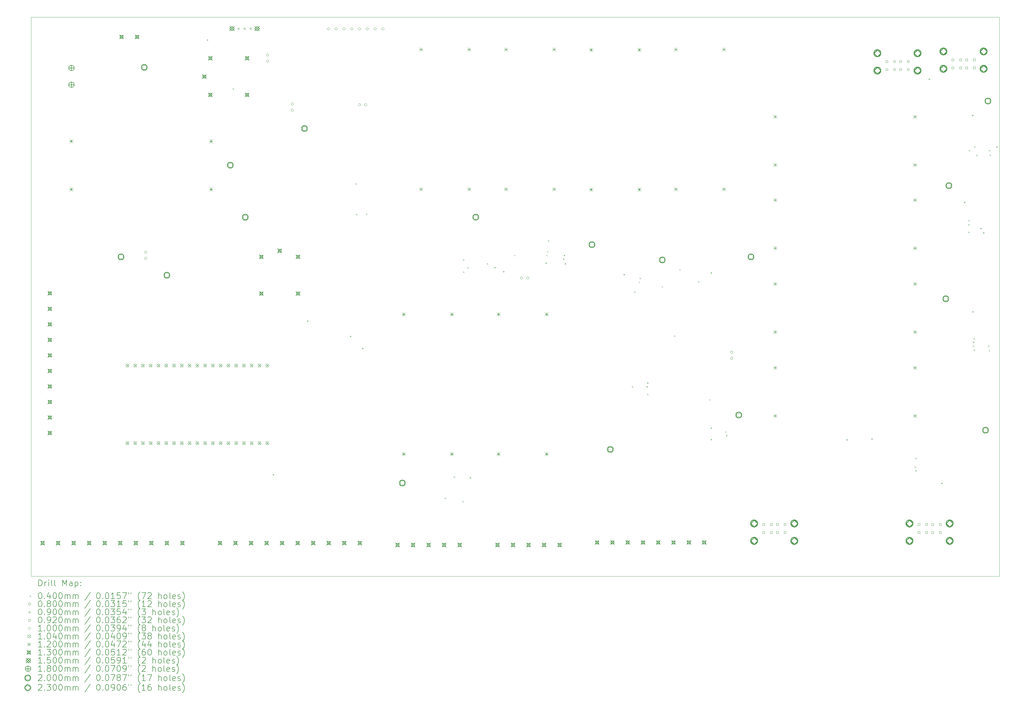
<source format=gbr>
%FSLAX45Y45*%
G04 Gerber Fmt 4.5, Leading zero omitted, Abs format (unit mm)*
G04 Created by KiCad (PCBNEW 6.0.2+dfsg-1) date 2022-08-24 13:43:22*
%MOMM*%
%LPD*%
G01*
G04 APERTURE LIST*
%TA.AperFunction,Profile*%
%ADD10C,0.100000*%
%TD*%
%ADD11C,0.200000*%
%ADD12C,0.040000*%
%ADD13C,0.080000*%
%ADD14C,0.090000*%
%ADD15C,0.092000*%
%ADD16C,0.100000*%
%ADD17C,0.104000*%
%ADD18C,0.120000*%
%ADD19C,0.130000*%
%ADD20C,0.150000*%
%ADD21C,0.180000*%
%ADD22C,0.230000*%
G04 APERTURE END LIST*
D10*
X4630703Y-22250000D02*
X36300703Y-22250000D01*
X36300703Y-22250000D02*
X36300703Y-3950000D01*
X36300703Y-3950000D02*
X4630703Y-3950000D01*
X4630703Y-3950000D02*
X4630703Y-22250000D01*
D11*
D12*
X10380000Y-4680000D02*
X10420000Y-4720000D01*
X10420000Y-4680000D02*
X10380000Y-4720000D01*
X11223203Y-6280000D02*
X11263203Y-6320000D01*
X11263203Y-6280000D02*
X11223203Y-6320000D01*
X12530703Y-18905000D02*
X12570703Y-18945000D01*
X12570703Y-18905000D02*
X12530703Y-18945000D01*
X13655703Y-13880000D02*
X13695703Y-13920000D01*
X13695703Y-13880000D02*
X13655703Y-13920000D01*
X15055703Y-14380000D02*
X15095703Y-14420000D01*
X15095703Y-14380000D02*
X15055703Y-14420000D01*
X15243251Y-9392451D02*
X15283251Y-9432451D01*
X15283251Y-9392451D02*
X15243251Y-9432451D01*
X15263978Y-10388275D02*
X15303978Y-10428275D01*
X15303978Y-10388275D02*
X15263978Y-10428275D01*
X15455703Y-14780000D02*
X15495703Y-14820000D01*
X15495703Y-14780000D02*
X15455703Y-14820000D01*
X15580703Y-10380000D02*
X15620703Y-10420000D01*
X15620703Y-10380000D02*
X15580703Y-10420000D01*
X18155703Y-19680000D02*
X18195703Y-19720000D01*
X18195703Y-19680000D02*
X18155703Y-19720000D01*
X18455703Y-18980000D02*
X18495703Y-19020000D01*
X18495703Y-18980000D02*
X18455703Y-19020000D01*
X18730703Y-19790000D02*
X18770703Y-19830000D01*
X18770703Y-19790000D02*
X18730703Y-19830000D01*
X18755703Y-11880000D02*
X18795703Y-11920000D01*
X18795703Y-11880000D02*
X18755703Y-11920000D01*
X18755703Y-12280000D02*
X18795703Y-12320000D01*
X18795703Y-12280000D02*
X18755703Y-12320000D01*
X18903203Y-12132500D02*
X18943203Y-12172500D01*
X18943203Y-12132500D02*
X18903203Y-12172500D01*
X18980703Y-19005000D02*
X19020703Y-19045000D01*
X19020703Y-19005000D02*
X18980703Y-19045000D01*
X19534603Y-12005500D02*
X19574603Y-12045500D01*
X19574603Y-12005500D02*
X19534603Y-12045500D01*
X19780703Y-12130000D02*
X19820703Y-12170000D01*
X19820703Y-12130000D02*
X19780703Y-12170000D01*
X20065203Y-12259500D02*
X20105203Y-12299500D01*
X20105203Y-12259500D02*
X20065203Y-12299500D01*
X20430703Y-11730000D02*
X20470703Y-11770000D01*
X20470703Y-11730000D02*
X20430703Y-11770000D01*
X21455703Y-11980000D02*
X21495703Y-12020000D01*
X21495703Y-11980000D02*
X21455703Y-12020000D01*
X21480703Y-11730000D02*
X21520703Y-11770000D01*
X21520703Y-11730000D02*
X21480703Y-11770000D01*
X21505703Y-11605000D02*
X21545703Y-11645000D01*
X21545703Y-11605000D02*
X21505703Y-11645000D01*
X21535703Y-11250000D02*
X21575703Y-11290000D01*
X21575703Y-11250000D02*
X21535703Y-11290000D01*
X22030703Y-11855000D02*
X22070703Y-11895000D01*
X22070703Y-11855000D02*
X22030703Y-11895000D01*
X22049203Y-11730900D02*
X22089203Y-11770900D01*
X22089203Y-11730900D02*
X22049203Y-11770900D01*
X22080703Y-12005000D02*
X22120703Y-12045000D01*
X22120703Y-12005000D02*
X22080703Y-12045000D01*
X24008203Y-12357900D02*
X24048203Y-12397900D01*
X24048203Y-12357900D02*
X24008203Y-12397900D01*
X24280703Y-16030000D02*
X24320703Y-16070000D01*
X24320703Y-16030000D02*
X24280703Y-16070000D01*
X24355703Y-12930000D02*
X24395703Y-12970000D01*
X24395703Y-12930000D02*
X24355703Y-12970000D01*
X24503203Y-12611900D02*
X24543203Y-12651900D01*
X24543203Y-12611900D02*
X24503203Y-12651900D01*
X24530703Y-12480000D02*
X24570703Y-12520000D01*
X24570703Y-12480000D02*
X24530703Y-12520000D01*
X24755703Y-16030000D02*
X24795703Y-16070000D01*
X24795703Y-16030000D02*
X24755703Y-16070000D01*
X24780703Y-15905000D02*
X24820703Y-15945000D01*
X24820703Y-15905000D02*
X24780703Y-15945000D01*
X24780703Y-16280000D02*
X24820703Y-16320000D01*
X24820703Y-16280000D02*
X24780703Y-16320000D01*
X25255703Y-12755000D02*
X25295703Y-12795000D01*
X25295703Y-12755000D02*
X25255703Y-12795000D01*
X25655703Y-14370000D02*
X25695703Y-14410000D01*
X25695703Y-14370000D02*
X25655703Y-14410000D01*
X25830703Y-12205000D02*
X25870703Y-12245000D01*
X25870703Y-12205000D02*
X25830703Y-12245000D01*
X26445703Y-12600000D02*
X26485703Y-12640000D01*
X26485703Y-12600000D02*
X26445703Y-12640000D01*
X26805703Y-16455000D02*
X26845703Y-16495000D01*
X26845703Y-16455000D02*
X26805703Y-16495000D01*
X26855703Y-12305000D02*
X26895703Y-12345000D01*
X26895703Y-12305000D02*
X26855703Y-12345000D01*
X26855703Y-17380000D02*
X26895703Y-17420000D01*
X26895703Y-17380000D02*
X26855703Y-17420000D01*
X26855703Y-17755000D02*
X26895703Y-17795000D01*
X26895703Y-17755000D02*
X26855703Y-17795000D01*
X27330703Y-17505000D02*
X27370703Y-17545000D01*
X27370703Y-17505000D02*
X27330703Y-17545000D01*
X27355703Y-17630000D02*
X27395703Y-17670000D01*
X27395703Y-17630000D02*
X27355703Y-17670000D01*
X31293003Y-17762700D02*
X31333003Y-17802700D01*
X31333003Y-17762700D02*
X31293003Y-17802700D01*
X32109203Y-17733300D02*
X32149203Y-17773300D01*
X32149203Y-17733300D02*
X32109203Y-17773300D01*
X33526503Y-18650600D02*
X33566503Y-18690600D01*
X33566503Y-18650600D02*
X33526503Y-18690600D01*
X33551503Y-18375600D02*
X33591503Y-18415600D01*
X33591503Y-18375600D02*
X33551503Y-18415600D01*
X33551503Y-18775600D02*
X33591503Y-18815600D01*
X33591503Y-18775600D02*
X33551503Y-18815600D01*
X33981503Y-5965600D02*
X34021503Y-6005600D01*
X34021503Y-5965600D02*
X33981503Y-6005600D01*
X34395703Y-19190000D02*
X34435703Y-19230000D01*
X34435703Y-19190000D02*
X34395703Y-19230000D01*
X35141303Y-9995600D02*
X35181303Y-10035600D01*
X35181303Y-9995600D02*
X35141303Y-10035600D01*
X35276503Y-10725600D02*
X35316503Y-10765600D01*
X35316503Y-10725600D02*
X35276503Y-10765600D01*
X35276503Y-10975600D02*
X35316503Y-11015600D01*
X35316503Y-10975600D02*
X35276503Y-11015600D01*
X35284603Y-10592500D02*
X35324603Y-10632500D01*
X35324603Y-10592500D02*
X35284603Y-10632500D01*
X35301503Y-8300600D02*
X35341503Y-8340600D01*
X35341503Y-8300600D02*
X35301503Y-8340600D01*
X35401503Y-7150600D02*
X35441503Y-7190600D01*
X35441503Y-7150600D02*
X35401503Y-7190600D01*
X35414703Y-13577000D02*
X35454703Y-13617000D01*
X35454703Y-13577000D02*
X35414703Y-13617000D01*
X35426503Y-14575600D02*
X35466503Y-14615600D01*
X35466503Y-14575600D02*
X35426503Y-14615600D01*
X35426503Y-14700600D02*
X35466503Y-14740600D01*
X35466503Y-14700600D02*
X35426503Y-14740600D01*
X35451503Y-14450600D02*
X35491503Y-14490600D01*
X35491503Y-14450600D02*
X35451503Y-14490600D01*
X35451503Y-14825600D02*
X35491503Y-14865600D01*
X35491503Y-14825600D02*
X35451503Y-14865600D01*
X35476503Y-8175600D02*
X35516503Y-8215600D01*
X35516503Y-8175600D02*
X35476503Y-8215600D01*
X35536454Y-8460551D02*
X35576454Y-8500551D01*
X35576454Y-8460551D02*
X35536454Y-8500551D01*
X35676503Y-10850600D02*
X35716503Y-10890600D01*
X35716503Y-10850600D02*
X35676503Y-10890600D01*
X35764003Y-10988100D02*
X35804003Y-11028100D01*
X35804003Y-10988100D02*
X35764003Y-11028100D01*
X35926503Y-14700600D02*
X35966503Y-14740600D01*
X35966503Y-14700600D02*
X35926503Y-14740600D01*
X35951503Y-8300600D02*
X35991503Y-8340600D01*
X35991503Y-8300600D02*
X35951503Y-8340600D01*
X35951503Y-14850600D02*
X35991503Y-14890600D01*
X35991503Y-14850600D02*
X35951503Y-14890600D01*
X35976503Y-8450600D02*
X36016503Y-8490600D01*
X36016503Y-8450600D02*
X35976503Y-8490600D01*
X36195703Y-8180000D02*
X36235703Y-8220000D01*
X36235703Y-8180000D02*
X36195703Y-8220000D01*
D13*
X8421503Y-11646800D02*
G75*
G03*
X8421503Y-11646800I-40000J0D01*
G01*
X8421503Y-11846800D02*
G75*
G03*
X8421503Y-11846800I-40000J0D01*
G01*
X12409303Y-5195200D02*
G75*
G03*
X12409303Y-5195200I-40000J0D01*
G01*
X12409303Y-5395200D02*
G75*
G03*
X12409303Y-5395200I-40000J0D01*
G01*
X13215703Y-6800000D02*
G75*
G03*
X13215703Y-6800000I-40000J0D01*
G01*
X13215703Y-7000000D02*
G75*
G03*
X13215703Y-7000000I-40000J0D01*
G01*
X15415703Y-6820800D02*
G75*
G03*
X15415703Y-6820800I-40000J0D01*
G01*
X15615703Y-6820800D02*
G75*
G03*
X15615703Y-6820800I-40000J0D01*
G01*
X20715703Y-12490000D02*
G75*
G03*
X20715703Y-12490000I-40000J0D01*
G01*
X20915703Y-12490000D02*
G75*
G03*
X20915703Y-12490000I-40000J0D01*
G01*
X27585703Y-14920000D02*
G75*
G03*
X27585703Y-14920000I-40000J0D01*
G01*
X27585703Y-15120000D02*
G75*
G03*
X27585703Y-15120000I-40000J0D01*
G01*
D14*
X11415703Y-4285000D02*
X11415703Y-4375000D01*
X11370703Y-4330000D02*
X11460703Y-4330000D01*
X11615703Y-4285000D02*
X11615703Y-4375000D01*
X11570703Y-4330000D02*
X11660703Y-4330000D01*
X11815703Y-4285000D02*
X11815703Y-4375000D01*
X11770703Y-4330000D02*
X11860703Y-4330000D01*
D15*
X28617830Y-20590927D02*
X28617830Y-20525873D01*
X28552775Y-20525873D01*
X28552775Y-20590927D01*
X28617830Y-20590927D01*
X28617830Y-20852927D02*
X28617830Y-20787873D01*
X28552775Y-20787873D01*
X28552775Y-20852927D01*
X28617830Y-20852927D01*
X28867830Y-20590927D02*
X28867830Y-20525873D01*
X28802775Y-20525873D01*
X28802775Y-20590927D01*
X28867830Y-20590927D01*
X28867830Y-20852927D02*
X28867830Y-20787873D01*
X28802775Y-20787873D01*
X28802775Y-20852927D01*
X28867830Y-20852927D01*
X29067830Y-20590927D02*
X29067830Y-20525873D01*
X29002775Y-20525873D01*
X29002775Y-20590927D01*
X29067830Y-20590927D01*
X29067830Y-20852927D02*
X29067830Y-20787873D01*
X29002775Y-20787873D01*
X29002775Y-20852927D01*
X29067830Y-20852927D01*
X29317830Y-20590927D02*
X29317830Y-20525873D01*
X29252775Y-20525873D01*
X29252775Y-20590927D01*
X29317830Y-20590927D01*
X29317830Y-20852927D02*
X29317830Y-20787873D01*
X29252775Y-20787873D01*
X29252775Y-20852927D01*
X29317830Y-20852927D01*
X32648230Y-5438527D02*
X32648230Y-5373473D01*
X32583175Y-5373473D01*
X32583175Y-5438527D01*
X32648230Y-5438527D01*
X32648230Y-5700527D02*
X32648230Y-5635473D01*
X32583175Y-5635473D01*
X32583175Y-5700527D01*
X32648230Y-5700527D01*
X32898230Y-5438527D02*
X32898230Y-5373473D01*
X32833175Y-5373473D01*
X32833175Y-5438527D01*
X32898230Y-5438527D01*
X32898230Y-5700527D02*
X32898230Y-5635473D01*
X32833175Y-5635473D01*
X32833175Y-5700527D01*
X32898230Y-5700527D01*
X33098230Y-5438527D02*
X33098230Y-5373473D01*
X33033175Y-5373473D01*
X33033175Y-5438527D01*
X33098230Y-5438527D01*
X33098230Y-5700527D02*
X33098230Y-5635473D01*
X33033175Y-5635473D01*
X33033175Y-5700527D01*
X33098230Y-5700527D01*
X33348230Y-5438527D02*
X33348230Y-5373473D01*
X33283175Y-5373473D01*
X33283175Y-5438527D01*
X33348230Y-5438527D01*
X33348230Y-5700527D02*
X33348230Y-5635473D01*
X33283175Y-5635473D01*
X33283175Y-5700527D01*
X33348230Y-5700527D01*
X33697830Y-20590927D02*
X33697830Y-20525873D01*
X33632775Y-20525873D01*
X33632775Y-20590927D01*
X33697830Y-20590927D01*
X33697830Y-20852927D02*
X33697830Y-20787873D01*
X33632775Y-20787873D01*
X33632775Y-20852927D01*
X33697830Y-20852927D01*
X33947830Y-20590927D02*
X33947830Y-20525873D01*
X33882775Y-20525873D01*
X33882775Y-20590927D01*
X33947830Y-20590927D01*
X33947830Y-20852927D02*
X33947830Y-20787873D01*
X33882775Y-20787873D01*
X33882775Y-20852927D01*
X33947830Y-20852927D01*
X34147830Y-20590927D02*
X34147830Y-20525873D01*
X34082775Y-20525873D01*
X34082775Y-20590927D01*
X34147830Y-20590927D01*
X34147830Y-20852927D02*
X34147830Y-20787873D01*
X34082775Y-20787873D01*
X34082775Y-20852927D01*
X34147830Y-20852927D01*
X34397830Y-20590927D02*
X34397830Y-20525873D01*
X34332775Y-20525873D01*
X34332775Y-20590927D01*
X34397830Y-20590927D01*
X34397830Y-20852927D02*
X34397830Y-20787873D01*
X34332775Y-20787873D01*
X34332775Y-20852927D01*
X34397830Y-20852927D01*
X34808230Y-5380327D02*
X34808230Y-5315273D01*
X34743175Y-5315273D01*
X34743175Y-5380327D01*
X34808230Y-5380327D01*
X34808230Y-5642327D02*
X34808230Y-5577273D01*
X34743175Y-5577273D01*
X34743175Y-5642327D01*
X34808230Y-5642327D01*
X35058230Y-5380327D02*
X35058230Y-5315273D01*
X34993175Y-5315273D01*
X34993175Y-5380327D01*
X35058230Y-5380327D01*
X35058230Y-5642327D02*
X35058230Y-5577273D01*
X34993175Y-5577273D01*
X34993175Y-5642327D01*
X35058230Y-5642327D01*
X35258230Y-5380327D02*
X35258230Y-5315273D01*
X35193175Y-5315273D01*
X35193175Y-5380327D01*
X35258230Y-5380327D01*
X35258230Y-5642327D02*
X35258230Y-5577273D01*
X35193175Y-5577273D01*
X35193175Y-5642327D01*
X35258230Y-5642327D01*
X35508230Y-5380327D02*
X35508230Y-5315273D01*
X35443175Y-5315273D01*
X35443175Y-5380327D01*
X35508230Y-5380327D01*
X35508230Y-5642327D02*
X35508230Y-5577273D01*
X35443175Y-5577273D01*
X35443175Y-5642327D01*
X35508230Y-5642327D01*
D16*
X14355703Y-4380000D02*
X14405703Y-4330000D01*
X14355703Y-4280000D01*
X14305703Y-4330000D01*
X14355703Y-4380000D01*
X14609703Y-4380000D02*
X14659703Y-4330000D01*
X14609703Y-4280000D01*
X14559703Y-4330000D01*
X14609703Y-4380000D01*
X14863703Y-4380000D02*
X14913703Y-4330000D01*
X14863703Y-4280000D01*
X14813703Y-4330000D01*
X14863703Y-4380000D01*
X15117703Y-4380000D02*
X15167703Y-4330000D01*
X15117703Y-4280000D01*
X15067703Y-4330000D01*
X15117703Y-4380000D01*
X15371703Y-4380000D02*
X15421703Y-4330000D01*
X15371703Y-4280000D01*
X15321703Y-4330000D01*
X15371703Y-4380000D01*
X15625703Y-4380000D02*
X15675703Y-4330000D01*
X15625703Y-4280000D01*
X15575703Y-4330000D01*
X15625703Y-4380000D01*
X15879703Y-4380000D02*
X15929703Y-4330000D01*
X15879703Y-4280000D01*
X15829703Y-4330000D01*
X15879703Y-4380000D01*
X16133703Y-4380000D02*
X16183703Y-4330000D01*
X16133703Y-4280000D01*
X16083703Y-4330000D01*
X16133703Y-4380000D01*
D17*
X7730303Y-15301600D02*
X7834303Y-15405600D01*
X7834303Y-15301600D02*
X7730303Y-15405600D01*
X7834303Y-15353600D02*
G75*
G03*
X7834303Y-15353600I-52000J0D01*
G01*
X7730303Y-17841600D02*
X7834303Y-17945600D01*
X7834303Y-17841600D02*
X7730303Y-17945600D01*
X7834303Y-17893600D02*
G75*
G03*
X7834303Y-17893600I-52000J0D01*
G01*
X7984303Y-15301600D02*
X8088303Y-15405600D01*
X8088303Y-15301600D02*
X7984303Y-15405600D01*
X8088303Y-15353600D02*
G75*
G03*
X8088303Y-15353600I-52000J0D01*
G01*
X7984303Y-17841600D02*
X8088303Y-17945600D01*
X8088303Y-17841600D02*
X7984303Y-17945600D01*
X8088303Y-17893600D02*
G75*
G03*
X8088303Y-17893600I-52000J0D01*
G01*
X8238303Y-15301600D02*
X8342303Y-15405600D01*
X8342303Y-15301600D02*
X8238303Y-15405600D01*
X8342303Y-15353600D02*
G75*
G03*
X8342303Y-15353600I-52000J0D01*
G01*
X8238303Y-17841600D02*
X8342303Y-17945600D01*
X8342303Y-17841600D02*
X8238303Y-17945600D01*
X8342303Y-17893600D02*
G75*
G03*
X8342303Y-17893600I-52000J0D01*
G01*
X8492303Y-15301600D02*
X8596303Y-15405600D01*
X8596303Y-15301600D02*
X8492303Y-15405600D01*
X8596303Y-15353600D02*
G75*
G03*
X8596303Y-15353600I-52000J0D01*
G01*
X8492303Y-17841600D02*
X8596303Y-17945600D01*
X8596303Y-17841600D02*
X8492303Y-17945600D01*
X8596303Y-17893600D02*
G75*
G03*
X8596303Y-17893600I-52000J0D01*
G01*
X8746303Y-15301600D02*
X8850303Y-15405600D01*
X8850303Y-15301600D02*
X8746303Y-15405600D01*
X8850303Y-15353600D02*
G75*
G03*
X8850303Y-15353600I-52000J0D01*
G01*
X8746303Y-17841600D02*
X8850303Y-17945600D01*
X8850303Y-17841600D02*
X8746303Y-17945600D01*
X8850303Y-17893600D02*
G75*
G03*
X8850303Y-17893600I-52000J0D01*
G01*
X9000303Y-15301600D02*
X9104303Y-15405600D01*
X9104303Y-15301600D02*
X9000303Y-15405600D01*
X9104303Y-15353600D02*
G75*
G03*
X9104303Y-15353600I-52000J0D01*
G01*
X9000303Y-17841600D02*
X9104303Y-17945600D01*
X9104303Y-17841600D02*
X9000303Y-17945600D01*
X9104303Y-17893600D02*
G75*
G03*
X9104303Y-17893600I-52000J0D01*
G01*
X9254303Y-15301600D02*
X9358303Y-15405600D01*
X9358303Y-15301600D02*
X9254303Y-15405600D01*
X9358303Y-15353600D02*
G75*
G03*
X9358303Y-15353600I-52000J0D01*
G01*
X9254303Y-17841600D02*
X9358303Y-17945600D01*
X9358303Y-17841600D02*
X9254303Y-17945600D01*
X9358303Y-17893600D02*
G75*
G03*
X9358303Y-17893600I-52000J0D01*
G01*
X9508303Y-15301600D02*
X9612303Y-15405600D01*
X9612303Y-15301600D02*
X9508303Y-15405600D01*
X9612303Y-15353600D02*
G75*
G03*
X9612303Y-15353600I-52000J0D01*
G01*
X9508303Y-17841600D02*
X9612303Y-17945600D01*
X9612303Y-17841600D02*
X9508303Y-17945600D01*
X9612303Y-17893600D02*
G75*
G03*
X9612303Y-17893600I-52000J0D01*
G01*
X9762303Y-15301600D02*
X9866303Y-15405600D01*
X9866303Y-15301600D02*
X9762303Y-15405600D01*
X9866303Y-15353600D02*
G75*
G03*
X9866303Y-15353600I-52000J0D01*
G01*
X9762303Y-17841600D02*
X9866303Y-17945600D01*
X9866303Y-17841600D02*
X9762303Y-17945600D01*
X9866303Y-17893600D02*
G75*
G03*
X9866303Y-17893600I-52000J0D01*
G01*
X10016303Y-15301600D02*
X10120303Y-15405600D01*
X10120303Y-15301600D02*
X10016303Y-15405600D01*
X10120303Y-15353600D02*
G75*
G03*
X10120303Y-15353600I-52000J0D01*
G01*
X10016303Y-17841600D02*
X10120303Y-17945600D01*
X10120303Y-17841600D02*
X10016303Y-17945600D01*
X10120303Y-17893600D02*
G75*
G03*
X10120303Y-17893600I-52000J0D01*
G01*
X10270303Y-15301600D02*
X10374303Y-15405600D01*
X10374303Y-15301600D02*
X10270303Y-15405600D01*
X10374303Y-15353600D02*
G75*
G03*
X10374303Y-15353600I-52000J0D01*
G01*
X10270303Y-17841600D02*
X10374303Y-17945600D01*
X10374303Y-17841600D02*
X10270303Y-17945600D01*
X10374303Y-17893600D02*
G75*
G03*
X10374303Y-17893600I-52000J0D01*
G01*
X10524303Y-15301600D02*
X10628303Y-15405600D01*
X10628303Y-15301600D02*
X10524303Y-15405600D01*
X10628303Y-15353600D02*
G75*
G03*
X10628303Y-15353600I-52000J0D01*
G01*
X10524303Y-17841600D02*
X10628303Y-17945600D01*
X10628303Y-17841600D02*
X10524303Y-17945600D01*
X10628303Y-17893600D02*
G75*
G03*
X10628303Y-17893600I-52000J0D01*
G01*
X10778303Y-15301600D02*
X10882303Y-15405600D01*
X10882303Y-15301600D02*
X10778303Y-15405600D01*
X10882303Y-15353600D02*
G75*
G03*
X10882303Y-15353600I-52000J0D01*
G01*
X10778303Y-17841600D02*
X10882303Y-17945600D01*
X10882303Y-17841600D02*
X10778303Y-17945600D01*
X10882303Y-17893600D02*
G75*
G03*
X10882303Y-17893600I-52000J0D01*
G01*
X11032303Y-15301600D02*
X11136303Y-15405600D01*
X11136303Y-15301600D02*
X11032303Y-15405600D01*
X11136303Y-15353600D02*
G75*
G03*
X11136303Y-15353600I-52000J0D01*
G01*
X11032303Y-17841600D02*
X11136303Y-17945600D01*
X11136303Y-17841600D02*
X11032303Y-17945600D01*
X11136303Y-17893600D02*
G75*
G03*
X11136303Y-17893600I-52000J0D01*
G01*
X11286303Y-15301600D02*
X11390303Y-15405600D01*
X11390303Y-15301600D02*
X11286303Y-15405600D01*
X11390303Y-15353600D02*
G75*
G03*
X11390303Y-15353600I-52000J0D01*
G01*
X11286303Y-17841600D02*
X11390303Y-17945600D01*
X11390303Y-17841600D02*
X11286303Y-17945600D01*
X11390303Y-17893600D02*
G75*
G03*
X11390303Y-17893600I-52000J0D01*
G01*
X11540303Y-15301600D02*
X11644303Y-15405600D01*
X11644303Y-15301600D02*
X11540303Y-15405600D01*
X11644303Y-15353600D02*
G75*
G03*
X11644303Y-15353600I-52000J0D01*
G01*
X11540303Y-17841600D02*
X11644303Y-17945600D01*
X11644303Y-17841600D02*
X11540303Y-17945600D01*
X11644303Y-17893600D02*
G75*
G03*
X11644303Y-17893600I-52000J0D01*
G01*
X11794303Y-15301600D02*
X11898303Y-15405600D01*
X11898303Y-15301600D02*
X11794303Y-15405600D01*
X11898303Y-15353600D02*
G75*
G03*
X11898303Y-15353600I-52000J0D01*
G01*
X11794303Y-17841600D02*
X11898303Y-17945600D01*
X11898303Y-17841600D02*
X11794303Y-17945600D01*
X11898303Y-17893600D02*
G75*
G03*
X11898303Y-17893600I-52000J0D01*
G01*
X12048303Y-15301600D02*
X12152303Y-15405600D01*
X12152303Y-15301600D02*
X12048303Y-15405600D01*
X12152303Y-15353600D02*
G75*
G03*
X12152303Y-15353600I-52000J0D01*
G01*
X12048303Y-17841600D02*
X12152303Y-17945600D01*
X12152303Y-17841600D02*
X12048303Y-17945600D01*
X12152303Y-17893600D02*
G75*
G03*
X12152303Y-17893600I-52000J0D01*
G01*
X12302303Y-15301600D02*
X12406303Y-15405600D01*
X12406303Y-15301600D02*
X12302303Y-15405600D01*
X12406303Y-15353600D02*
G75*
G03*
X12406303Y-15353600I-52000J0D01*
G01*
X12302303Y-17841600D02*
X12406303Y-17945600D01*
X12406303Y-17841600D02*
X12302303Y-17945600D01*
X12406303Y-17893600D02*
G75*
G03*
X12406303Y-17893600I-52000J0D01*
G01*
D18*
X5888303Y-7953000D02*
X6008303Y-8073000D01*
X6008303Y-7953000D02*
X5888303Y-8073000D01*
X5948303Y-7953000D02*
X5948303Y-8073000D01*
X5888303Y-8013000D02*
X6008303Y-8013000D01*
X5888303Y-9527800D02*
X6008303Y-9647800D01*
X6008303Y-9527800D02*
X5888303Y-9647800D01*
X5948303Y-9527800D02*
X5948303Y-9647800D01*
X5888303Y-9587800D02*
X6008303Y-9587800D01*
X10460303Y-7953000D02*
X10580303Y-8073000D01*
X10580303Y-7953000D02*
X10460303Y-8073000D01*
X10520303Y-7953000D02*
X10520303Y-8073000D01*
X10460303Y-8013000D02*
X10580303Y-8013000D01*
X10460303Y-9527800D02*
X10580303Y-9647800D01*
X10580303Y-9527800D02*
X10460303Y-9647800D01*
X10520303Y-9527800D02*
X10520303Y-9647800D01*
X10460303Y-9587800D02*
X10580303Y-9587800D01*
X16759503Y-13617200D02*
X16879503Y-13737200D01*
X16879503Y-13617200D02*
X16759503Y-13737200D01*
X16819503Y-13617200D02*
X16819503Y-13737200D01*
X16759503Y-13677200D02*
X16879503Y-13677200D01*
X16759503Y-18189200D02*
X16879503Y-18309200D01*
X16879503Y-18189200D02*
X16759503Y-18309200D01*
X16819503Y-18189200D02*
X16819503Y-18309200D01*
X16759503Y-18249200D02*
X16879503Y-18249200D01*
X17328303Y-4954000D02*
X17448303Y-5074000D01*
X17448303Y-4954000D02*
X17328303Y-5074000D01*
X17388303Y-4954000D02*
X17388303Y-5074000D01*
X17328303Y-5014000D02*
X17448303Y-5014000D01*
X17328303Y-9526000D02*
X17448303Y-9646000D01*
X17448303Y-9526000D02*
X17328303Y-9646000D01*
X17388303Y-9526000D02*
X17388303Y-9646000D01*
X17328303Y-9586000D02*
X17448303Y-9586000D01*
X18334303Y-13617200D02*
X18454303Y-13737200D01*
X18454303Y-13617200D02*
X18334303Y-13737200D01*
X18394303Y-13617200D02*
X18394303Y-13737200D01*
X18334303Y-13677200D02*
X18454303Y-13677200D01*
X18334303Y-18189200D02*
X18454303Y-18309200D01*
X18454303Y-18189200D02*
X18334303Y-18309200D01*
X18394303Y-18189200D02*
X18394303Y-18309200D01*
X18334303Y-18249200D02*
X18454303Y-18249200D01*
X18903103Y-4954000D02*
X19023103Y-5074000D01*
X19023103Y-4954000D02*
X18903103Y-5074000D01*
X18963103Y-4954000D02*
X18963103Y-5074000D01*
X18903103Y-5014000D02*
X19023103Y-5014000D01*
X18903103Y-9526000D02*
X19023103Y-9646000D01*
X19023103Y-9526000D02*
X18903103Y-9646000D01*
X18963103Y-9526000D02*
X18963103Y-9646000D01*
X18903103Y-9586000D02*
X19023103Y-9586000D01*
X19858303Y-13617200D02*
X19978303Y-13737200D01*
X19978303Y-13617200D02*
X19858303Y-13737200D01*
X19918303Y-13617200D02*
X19918303Y-13737200D01*
X19858303Y-13677200D02*
X19978303Y-13677200D01*
X19858303Y-18189200D02*
X19978303Y-18309200D01*
X19978303Y-18189200D02*
X19858303Y-18309200D01*
X19918303Y-18189200D02*
X19918303Y-18309200D01*
X19858303Y-18249200D02*
X19978303Y-18249200D01*
X20105369Y-4954000D02*
X20225369Y-5074000D01*
X20225369Y-4954000D02*
X20105369Y-5074000D01*
X20165369Y-4954000D02*
X20165369Y-5074000D01*
X20105369Y-5014000D02*
X20225369Y-5014000D01*
X20105369Y-9526000D02*
X20225369Y-9646000D01*
X20225369Y-9526000D02*
X20105369Y-9646000D01*
X20165369Y-9526000D02*
X20165369Y-9646000D01*
X20105369Y-9586000D02*
X20225369Y-9586000D01*
X21433103Y-13617200D02*
X21553103Y-13737200D01*
X21553103Y-13617200D02*
X21433103Y-13737200D01*
X21493103Y-13617200D02*
X21493103Y-13737200D01*
X21433103Y-13677200D02*
X21553103Y-13677200D01*
X21433103Y-18189200D02*
X21553103Y-18309200D01*
X21553103Y-18189200D02*
X21433103Y-18309200D01*
X21493103Y-18189200D02*
X21493103Y-18309200D01*
X21433103Y-18249200D02*
X21553103Y-18249200D01*
X21680169Y-4954000D02*
X21800169Y-5074000D01*
X21800169Y-4954000D02*
X21680169Y-5074000D01*
X21740169Y-4954000D02*
X21740169Y-5074000D01*
X21680169Y-5014000D02*
X21800169Y-5014000D01*
X21680169Y-9526000D02*
X21800169Y-9646000D01*
X21800169Y-9526000D02*
X21680169Y-9646000D01*
X21740169Y-9526000D02*
X21740169Y-9646000D01*
X21680169Y-9586000D02*
X21800169Y-9586000D01*
X22888303Y-4964000D02*
X23008303Y-5084000D01*
X23008303Y-4964000D02*
X22888303Y-5084000D01*
X22948303Y-4964000D02*
X22948303Y-5084000D01*
X22888303Y-5024000D02*
X23008303Y-5024000D01*
X22888303Y-9536000D02*
X23008303Y-9656000D01*
X23008303Y-9536000D02*
X22888303Y-9656000D01*
X22948303Y-9536000D02*
X22948303Y-9656000D01*
X22888303Y-9596000D02*
X23008303Y-9596000D01*
X24463103Y-4964000D02*
X24583103Y-5084000D01*
X24583103Y-4964000D02*
X24463103Y-5084000D01*
X24523103Y-4964000D02*
X24523103Y-5084000D01*
X24463103Y-5024000D02*
X24583103Y-5024000D01*
X24463103Y-9536000D02*
X24583103Y-9656000D01*
X24583103Y-9536000D02*
X24463103Y-9656000D01*
X24523103Y-9536000D02*
X24523103Y-9656000D01*
X24463103Y-9596000D02*
X24583103Y-9596000D01*
X25659503Y-4954000D02*
X25779503Y-5074000D01*
X25779503Y-4954000D02*
X25659503Y-5074000D01*
X25719503Y-4954000D02*
X25719503Y-5074000D01*
X25659503Y-5014000D02*
X25779503Y-5014000D01*
X25659503Y-9526000D02*
X25779503Y-9646000D01*
X25779503Y-9526000D02*
X25659503Y-9646000D01*
X25719503Y-9526000D02*
X25719503Y-9646000D01*
X25659503Y-9586000D02*
X25779503Y-9586000D01*
X27234303Y-4954000D02*
X27354303Y-5074000D01*
X27354303Y-4954000D02*
X27234303Y-5074000D01*
X27294303Y-4954000D02*
X27294303Y-5074000D01*
X27234303Y-5014000D02*
X27354303Y-5014000D01*
X27234303Y-9526000D02*
X27354303Y-9646000D01*
X27354303Y-9526000D02*
X27234303Y-9646000D01*
X27294303Y-9526000D02*
X27294303Y-9646000D01*
X27234303Y-9586000D02*
X27354303Y-9586000D01*
X28909703Y-7152600D02*
X29029703Y-7272600D01*
X29029703Y-7152600D02*
X28909703Y-7272600D01*
X28969703Y-7152600D02*
X28969703Y-7272600D01*
X28909703Y-7212600D02*
X29029703Y-7212600D01*
X28909703Y-8727400D02*
X29029703Y-8847400D01*
X29029703Y-8727400D02*
X28909703Y-8847400D01*
X28969703Y-8727400D02*
X28969703Y-8847400D01*
X28909703Y-8787400D02*
X29029703Y-8787400D01*
X28909703Y-9879400D02*
X29029703Y-9999400D01*
X29029703Y-9879400D02*
X28909703Y-9999400D01*
X28969703Y-9879400D02*
X28969703Y-9999400D01*
X28909703Y-9939400D02*
X29029703Y-9939400D01*
X28909703Y-11454200D02*
X29029703Y-11574200D01*
X29029703Y-11454200D02*
X28909703Y-11574200D01*
X28969703Y-11454200D02*
X28969703Y-11574200D01*
X28909703Y-11514200D02*
X29029703Y-11514200D01*
X28909703Y-12622600D02*
X29029703Y-12742600D01*
X29029703Y-12622600D02*
X28909703Y-12742600D01*
X28969703Y-12622600D02*
X28969703Y-12742600D01*
X28909703Y-12682600D02*
X29029703Y-12682600D01*
X28909703Y-14197400D02*
X29029703Y-14317400D01*
X29029703Y-14197400D02*
X28909703Y-14317400D01*
X28969703Y-14197400D02*
X28969703Y-14317400D01*
X28909703Y-14257400D02*
X29029703Y-14257400D01*
X28909703Y-15365800D02*
X29029703Y-15485800D01*
X29029703Y-15365800D02*
X28909703Y-15485800D01*
X28969703Y-15365800D02*
X28969703Y-15485800D01*
X28909703Y-15425800D02*
X29029703Y-15425800D01*
X28909703Y-16940600D02*
X29029703Y-17060600D01*
X29029703Y-16940600D02*
X28909703Y-17060600D01*
X28969703Y-16940600D02*
X28969703Y-17060600D01*
X28909703Y-17000600D02*
X29029703Y-17000600D01*
X33481703Y-7152600D02*
X33601703Y-7272600D01*
X33601703Y-7152600D02*
X33481703Y-7272600D01*
X33541703Y-7152600D02*
X33541703Y-7272600D01*
X33481703Y-7212600D02*
X33601703Y-7212600D01*
X33481703Y-8727400D02*
X33601703Y-8847400D01*
X33601703Y-8727400D02*
X33481703Y-8847400D01*
X33541703Y-8727400D02*
X33541703Y-8847400D01*
X33481703Y-8787400D02*
X33601703Y-8787400D01*
X33481703Y-9879400D02*
X33601703Y-9999400D01*
X33601703Y-9879400D02*
X33481703Y-9999400D01*
X33541703Y-9879400D02*
X33541703Y-9999400D01*
X33481703Y-9939400D02*
X33601703Y-9939400D01*
X33481703Y-11454200D02*
X33601703Y-11574200D01*
X33601703Y-11454200D02*
X33481703Y-11574200D01*
X33541703Y-11454200D02*
X33541703Y-11574200D01*
X33481703Y-11514200D02*
X33601703Y-11514200D01*
X33481703Y-12622600D02*
X33601703Y-12742600D01*
X33601703Y-12622600D02*
X33481703Y-12742600D01*
X33541703Y-12622600D02*
X33541703Y-12742600D01*
X33481703Y-12682600D02*
X33601703Y-12682600D01*
X33481703Y-14197400D02*
X33601703Y-14317400D01*
X33601703Y-14197400D02*
X33481703Y-14317400D01*
X33541703Y-14197400D02*
X33541703Y-14317400D01*
X33481703Y-14257400D02*
X33601703Y-14257400D01*
X33481703Y-15365800D02*
X33601703Y-15485800D01*
X33601703Y-15365800D02*
X33481703Y-15485800D01*
X33541703Y-15365800D02*
X33541703Y-15485800D01*
X33481703Y-15425800D02*
X33601703Y-15425800D01*
X33481703Y-16940600D02*
X33601703Y-17060600D01*
X33601703Y-16940600D02*
X33481703Y-17060600D01*
X33541703Y-16940600D02*
X33541703Y-17060600D01*
X33481703Y-17000600D02*
X33601703Y-17000600D01*
D19*
X4943503Y-21100100D02*
X5073503Y-21230100D01*
X5073503Y-21100100D02*
X4943503Y-21230100D01*
X5054465Y-21211062D02*
X5054465Y-21119138D01*
X4962540Y-21119138D01*
X4962540Y-21211062D01*
X5054465Y-21211062D01*
X5181203Y-12929000D02*
X5311203Y-13059000D01*
X5311203Y-12929000D02*
X5181203Y-13059000D01*
X5292165Y-13039962D02*
X5292165Y-12948038D01*
X5200240Y-12948038D01*
X5200240Y-13039962D01*
X5292165Y-13039962D01*
X5181203Y-13437000D02*
X5311203Y-13567000D01*
X5311203Y-13437000D02*
X5181203Y-13567000D01*
X5292165Y-13547962D02*
X5292165Y-13456038D01*
X5200240Y-13456038D01*
X5200240Y-13547962D01*
X5292165Y-13547962D01*
X5181203Y-13945000D02*
X5311203Y-14075000D01*
X5311203Y-13945000D02*
X5181203Y-14075000D01*
X5292165Y-14055962D02*
X5292165Y-13964038D01*
X5200240Y-13964038D01*
X5200240Y-14055962D01*
X5292165Y-14055962D01*
X5181203Y-14453000D02*
X5311203Y-14583000D01*
X5311203Y-14453000D02*
X5181203Y-14583000D01*
X5292165Y-14563962D02*
X5292165Y-14472038D01*
X5200240Y-14472038D01*
X5200240Y-14563962D01*
X5292165Y-14563962D01*
X5181203Y-14961000D02*
X5311203Y-15091000D01*
X5311203Y-14961000D02*
X5181203Y-15091000D01*
X5292165Y-15071962D02*
X5292165Y-14980038D01*
X5200240Y-14980038D01*
X5200240Y-15071962D01*
X5292165Y-15071962D01*
X5181203Y-15469000D02*
X5311203Y-15599000D01*
X5311203Y-15469000D02*
X5181203Y-15599000D01*
X5292165Y-15579962D02*
X5292165Y-15488038D01*
X5200240Y-15488038D01*
X5200240Y-15579962D01*
X5292165Y-15579962D01*
X5181203Y-15977000D02*
X5311203Y-16107000D01*
X5311203Y-15977000D02*
X5181203Y-16107000D01*
X5292165Y-16087962D02*
X5292165Y-15996038D01*
X5200240Y-15996038D01*
X5200240Y-16087962D01*
X5292165Y-16087962D01*
X5181203Y-16485000D02*
X5311203Y-16615000D01*
X5311203Y-16485000D02*
X5181203Y-16615000D01*
X5292165Y-16595962D02*
X5292165Y-16504038D01*
X5200240Y-16504038D01*
X5200240Y-16595962D01*
X5292165Y-16595962D01*
X5181203Y-16993000D02*
X5311203Y-17123000D01*
X5311203Y-16993000D02*
X5181203Y-17123000D01*
X5292165Y-17103962D02*
X5292165Y-17012038D01*
X5200240Y-17012038D01*
X5200240Y-17103962D01*
X5292165Y-17103962D01*
X5181203Y-17501000D02*
X5311203Y-17631000D01*
X5311203Y-17501000D02*
X5181203Y-17631000D01*
X5292165Y-17611962D02*
X5292165Y-17520038D01*
X5200240Y-17520038D01*
X5200240Y-17611962D01*
X5292165Y-17611962D01*
X5451503Y-21100100D02*
X5581503Y-21230100D01*
X5581503Y-21100100D02*
X5451503Y-21230100D01*
X5562465Y-21211062D02*
X5562465Y-21119138D01*
X5470540Y-21119138D01*
X5470540Y-21211062D01*
X5562465Y-21211062D01*
X5959503Y-21100100D02*
X6089503Y-21230100D01*
X6089503Y-21100100D02*
X5959503Y-21230100D01*
X6070465Y-21211062D02*
X6070465Y-21119138D01*
X5978540Y-21119138D01*
X5978540Y-21211062D01*
X6070465Y-21211062D01*
X6467503Y-21100100D02*
X6597503Y-21230100D01*
X6597503Y-21100100D02*
X6467503Y-21230100D01*
X6578465Y-21211062D02*
X6578465Y-21119138D01*
X6486540Y-21119138D01*
X6486540Y-21211062D01*
X6578465Y-21211062D01*
X6975503Y-21100100D02*
X7105503Y-21230100D01*
X7105503Y-21100100D02*
X6975503Y-21230100D01*
X7086465Y-21211062D02*
X7086465Y-21119138D01*
X6994540Y-21119138D01*
X6994540Y-21211062D01*
X7086465Y-21211062D01*
X7483503Y-21100100D02*
X7613503Y-21230100D01*
X7613503Y-21100100D02*
X7483503Y-21230100D01*
X7594465Y-21211062D02*
X7594465Y-21119138D01*
X7502540Y-21119138D01*
X7502540Y-21211062D01*
X7594465Y-21211062D01*
X7526203Y-4535500D02*
X7656203Y-4665500D01*
X7656203Y-4535500D02*
X7526203Y-4665500D01*
X7637165Y-4646462D02*
X7637165Y-4554538D01*
X7545240Y-4554538D01*
X7545240Y-4646462D01*
X7637165Y-4646462D01*
X7991503Y-21100100D02*
X8121503Y-21230100D01*
X8121503Y-21100100D02*
X7991503Y-21230100D01*
X8102465Y-21211062D02*
X8102465Y-21119138D01*
X8010540Y-21119138D01*
X8010540Y-21211062D01*
X8102465Y-21211062D01*
X8034203Y-4535500D02*
X8164203Y-4665500D01*
X8164203Y-4535500D02*
X8034203Y-4665500D01*
X8145165Y-4646462D02*
X8145165Y-4554538D01*
X8053240Y-4554538D01*
X8053240Y-4646462D01*
X8145165Y-4646462D01*
X8499503Y-21100100D02*
X8629503Y-21230100D01*
X8629503Y-21100100D02*
X8499503Y-21230100D01*
X8610465Y-21211062D02*
X8610465Y-21119138D01*
X8518540Y-21119138D01*
X8518540Y-21211062D01*
X8610465Y-21211062D01*
X9007503Y-21100100D02*
X9137503Y-21230100D01*
X9137503Y-21100100D02*
X9007503Y-21230100D01*
X9118465Y-21211062D02*
X9118465Y-21119138D01*
X9026540Y-21119138D01*
X9026540Y-21211062D01*
X9118465Y-21211062D01*
X9515503Y-21100100D02*
X9645503Y-21230100D01*
X9645503Y-21100100D02*
X9515503Y-21230100D01*
X9626465Y-21211062D02*
X9626465Y-21119138D01*
X9534540Y-21119138D01*
X9534540Y-21211062D01*
X9626465Y-21211062D01*
X10235000Y-5835000D02*
X10365000Y-5965000D01*
X10365000Y-5835000D02*
X10235000Y-5965000D01*
X10345962Y-5945962D02*
X10345962Y-5854038D01*
X10254038Y-5854038D01*
X10254038Y-5945962D01*
X10345962Y-5945962D01*
X10435000Y-5235000D02*
X10565000Y-5365000D01*
X10565000Y-5235000D02*
X10435000Y-5365000D01*
X10545962Y-5345962D02*
X10545962Y-5254038D01*
X10454038Y-5254038D01*
X10454038Y-5345962D01*
X10545962Y-5345962D01*
X10435000Y-6435000D02*
X10565000Y-6565000D01*
X10565000Y-6435000D02*
X10435000Y-6565000D01*
X10545962Y-6545962D02*
X10545962Y-6454038D01*
X10454038Y-6454038D01*
X10454038Y-6545962D01*
X10545962Y-6545962D01*
X10749053Y-21100100D02*
X10879053Y-21230100D01*
X10879053Y-21100100D02*
X10749053Y-21230100D01*
X10860015Y-21211062D02*
X10860015Y-21119138D01*
X10768090Y-21119138D01*
X10768090Y-21211062D01*
X10860015Y-21211062D01*
X11257053Y-21100100D02*
X11387053Y-21230100D01*
X11387053Y-21100100D02*
X11257053Y-21230100D01*
X11368015Y-21211062D02*
X11368015Y-21119138D01*
X11276090Y-21119138D01*
X11276090Y-21211062D01*
X11368015Y-21211062D01*
X11635000Y-5235000D02*
X11765000Y-5365000D01*
X11765000Y-5235000D02*
X11635000Y-5365000D01*
X11745962Y-5345962D02*
X11745962Y-5254038D01*
X11654038Y-5254038D01*
X11654038Y-5345962D01*
X11745962Y-5345962D01*
X11635000Y-6435000D02*
X11765000Y-6565000D01*
X11765000Y-6435000D02*
X11635000Y-6565000D01*
X11745962Y-6545962D02*
X11745962Y-6454038D01*
X11654038Y-6454038D01*
X11654038Y-6545962D01*
X11745962Y-6545962D01*
X11765053Y-21100100D02*
X11895053Y-21230100D01*
X11895053Y-21100100D02*
X11765053Y-21230100D01*
X11876015Y-21211062D02*
X11876015Y-21119138D01*
X11784090Y-21119138D01*
X11784090Y-21211062D01*
X11876015Y-21211062D01*
X12098103Y-11735000D02*
X12228103Y-11865000D01*
X12228103Y-11735000D02*
X12098103Y-11865000D01*
X12209065Y-11845962D02*
X12209065Y-11754038D01*
X12117140Y-11754038D01*
X12117140Y-11845962D01*
X12209065Y-11845962D01*
X12098103Y-12935000D02*
X12228103Y-13065000D01*
X12228103Y-12935000D02*
X12098103Y-13065000D01*
X12209065Y-13045962D02*
X12209065Y-12954038D01*
X12117140Y-12954038D01*
X12117140Y-13045962D01*
X12209065Y-13045962D01*
X12273053Y-21100100D02*
X12403053Y-21230100D01*
X12403053Y-21100100D02*
X12273053Y-21230100D01*
X12384015Y-21211062D02*
X12384015Y-21119138D01*
X12292090Y-21119138D01*
X12292090Y-21211062D01*
X12384015Y-21211062D01*
X12698103Y-11535000D02*
X12828103Y-11665000D01*
X12828103Y-11535000D02*
X12698103Y-11665000D01*
X12809065Y-11645962D02*
X12809065Y-11554038D01*
X12717140Y-11554038D01*
X12717140Y-11645962D01*
X12809065Y-11645962D01*
X12781053Y-21100100D02*
X12911053Y-21230100D01*
X12911053Y-21100100D02*
X12781053Y-21230100D01*
X12892015Y-21211062D02*
X12892015Y-21119138D01*
X12800090Y-21119138D01*
X12800090Y-21211062D01*
X12892015Y-21211062D01*
X13289053Y-21100100D02*
X13419053Y-21230100D01*
X13419053Y-21100100D02*
X13289053Y-21230100D01*
X13400015Y-21211062D02*
X13400015Y-21119138D01*
X13308090Y-21119138D01*
X13308090Y-21211062D01*
X13400015Y-21211062D01*
X13298103Y-11735000D02*
X13428103Y-11865000D01*
X13428103Y-11735000D02*
X13298103Y-11865000D01*
X13409065Y-11845962D02*
X13409065Y-11754038D01*
X13317140Y-11754038D01*
X13317140Y-11845962D01*
X13409065Y-11845962D01*
X13298103Y-12935000D02*
X13428103Y-13065000D01*
X13428103Y-12935000D02*
X13298103Y-13065000D01*
X13409065Y-13045962D02*
X13409065Y-12954038D01*
X13317140Y-12954038D01*
X13317140Y-13045962D01*
X13409065Y-13045962D01*
X13797053Y-21100100D02*
X13927053Y-21230100D01*
X13927053Y-21100100D02*
X13797053Y-21230100D01*
X13908015Y-21211062D02*
X13908015Y-21119138D01*
X13816090Y-21119138D01*
X13816090Y-21211062D01*
X13908015Y-21211062D01*
X14305053Y-21100100D02*
X14435053Y-21230100D01*
X14435053Y-21100100D02*
X14305053Y-21230100D01*
X14416015Y-21211062D02*
X14416015Y-21119138D01*
X14324090Y-21119138D01*
X14324090Y-21211062D01*
X14416015Y-21211062D01*
X14813053Y-21100100D02*
X14943053Y-21230100D01*
X14943053Y-21100100D02*
X14813053Y-21230100D01*
X14924015Y-21211062D02*
X14924015Y-21119138D01*
X14832090Y-21119138D01*
X14832090Y-21211062D01*
X14924015Y-21211062D01*
X15321053Y-21100100D02*
X15451053Y-21230100D01*
X15451053Y-21100100D02*
X15321053Y-21230100D01*
X15432015Y-21211062D02*
X15432015Y-21119138D01*
X15340090Y-21119138D01*
X15340090Y-21211062D01*
X15432015Y-21211062D01*
X16554603Y-21161100D02*
X16684603Y-21291100D01*
X16684603Y-21161100D02*
X16554603Y-21291100D01*
X16665565Y-21272062D02*
X16665565Y-21180138D01*
X16573640Y-21180138D01*
X16573640Y-21272062D01*
X16665565Y-21272062D01*
X17062603Y-21161100D02*
X17192603Y-21291100D01*
X17192603Y-21161100D02*
X17062603Y-21291100D01*
X17173565Y-21272062D02*
X17173565Y-21180138D01*
X17081640Y-21180138D01*
X17081640Y-21272062D01*
X17173565Y-21272062D01*
X17570603Y-21161100D02*
X17700603Y-21291100D01*
X17700603Y-21161100D02*
X17570603Y-21291100D01*
X17681565Y-21272062D02*
X17681565Y-21180138D01*
X17589640Y-21180138D01*
X17589640Y-21272062D01*
X17681565Y-21272062D01*
X18078603Y-21161100D02*
X18208603Y-21291100D01*
X18208603Y-21161100D02*
X18078603Y-21291100D01*
X18189565Y-21272062D02*
X18189565Y-21180138D01*
X18097640Y-21180138D01*
X18097640Y-21272062D01*
X18189565Y-21272062D01*
X18586603Y-21161100D02*
X18716603Y-21291100D01*
X18716603Y-21161100D02*
X18586603Y-21291100D01*
X18697565Y-21272062D02*
X18697565Y-21180138D01*
X18605640Y-21180138D01*
X18605640Y-21272062D01*
X18697565Y-21272062D01*
X19820153Y-21161100D02*
X19950153Y-21291100D01*
X19950153Y-21161100D02*
X19820153Y-21291100D01*
X19931115Y-21272062D02*
X19931115Y-21180138D01*
X19839190Y-21180138D01*
X19839190Y-21272062D01*
X19931115Y-21272062D01*
X20328153Y-21161100D02*
X20458153Y-21291100D01*
X20458153Y-21161100D02*
X20328153Y-21291100D01*
X20439115Y-21272062D02*
X20439115Y-21180138D01*
X20347190Y-21180138D01*
X20347190Y-21272062D01*
X20439115Y-21272062D01*
X20836153Y-21161100D02*
X20966153Y-21291100D01*
X20966153Y-21161100D02*
X20836153Y-21291100D01*
X20947115Y-21272062D02*
X20947115Y-21180138D01*
X20855190Y-21180138D01*
X20855190Y-21272062D01*
X20947115Y-21272062D01*
X21344153Y-21161100D02*
X21474153Y-21291100D01*
X21474153Y-21161100D02*
X21344153Y-21291100D01*
X21455115Y-21272062D02*
X21455115Y-21180138D01*
X21363190Y-21180138D01*
X21363190Y-21272062D01*
X21455115Y-21272062D01*
X21852153Y-21161100D02*
X21982153Y-21291100D01*
X21982153Y-21161100D02*
X21852153Y-21291100D01*
X21963115Y-21272062D02*
X21963115Y-21180138D01*
X21871190Y-21180138D01*
X21871190Y-21272062D01*
X21963115Y-21272062D01*
X23081703Y-21080600D02*
X23211703Y-21210600D01*
X23211703Y-21080600D02*
X23081703Y-21210600D01*
X23192665Y-21191562D02*
X23192665Y-21099638D01*
X23100740Y-21099638D01*
X23100740Y-21191562D01*
X23192665Y-21191562D01*
X23581703Y-21080600D02*
X23711703Y-21210600D01*
X23711703Y-21080600D02*
X23581703Y-21210600D01*
X23692665Y-21191562D02*
X23692665Y-21099638D01*
X23600740Y-21099638D01*
X23600740Y-21191562D01*
X23692665Y-21191562D01*
X24081703Y-21080600D02*
X24211703Y-21210600D01*
X24211703Y-21080600D02*
X24081703Y-21210600D01*
X24192665Y-21191562D02*
X24192665Y-21099638D01*
X24100740Y-21099638D01*
X24100740Y-21191562D01*
X24192665Y-21191562D01*
X24581703Y-21080600D02*
X24711703Y-21210600D01*
X24711703Y-21080600D02*
X24581703Y-21210600D01*
X24692665Y-21191562D02*
X24692665Y-21099638D01*
X24600740Y-21099638D01*
X24600740Y-21191562D01*
X24692665Y-21191562D01*
X25081703Y-21080600D02*
X25211703Y-21210600D01*
X25211703Y-21080600D02*
X25081703Y-21210600D01*
X25192665Y-21191562D02*
X25192665Y-21099638D01*
X25100740Y-21099638D01*
X25100740Y-21191562D01*
X25192665Y-21191562D01*
X25581703Y-21080600D02*
X25711703Y-21210600D01*
X25711703Y-21080600D02*
X25581703Y-21210600D01*
X25692665Y-21191562D02*
X25692665Y-21099638D01*
X25600740Y-21099638D01*
X25600740Y-21191562D01*
X25692665Y-21191562D01*
X26081703Y-21080600D02*
X26211703Y-21210600D01*
X26211703Y-21080600D02*
X26081703Y-21210600D01*
X26192665Y-21191562D02*
X26192665Y-21099638D01*
X26100740Y-21099638D01*
X26100740Y-21191562D01*
X26192665Y-21191562D01*
X26581703Y-21080600D02*
X26711703Y-21210600D01*
X26711703Y-21080600D02*
X26581703Y-21210600D01*
X26692665Y-21191562D02*
X26692665Y-21099638D01*
X26600740Y-21099638D01*
X26600740Y-21191562D01*
X26692665Y-21191562D01*
D20*
X11130703Y-4255000D02*
X11280703Y-4405000D01*
X11280703Y-4255000D02*
X11130703Y-4405000D01*
X11205703Y-4405000D02*
X11280703Y-4330000D01*
X11205703Y-4255000D01*
X11130703Y-4330000D01*
X11205703Y-4405000D01*
X11950703Y-4255000D02*
X12100703Y-4405000D01*
X12100703Y-4255000D02*
X11950703Y-4405000D01*
X12025703Y-4405000D02*
X12100703Y-4330000D01*
X12025703Y-4255000D01*
X11950703Y-4330000D01*
X12025703Y-4405000D01*
D21*
X5955703Y-5527500D02*
X5955703Y-5707500D01*
X5865703Y-5617500D02*
X6045703Y-5617500D01*
X6045703Y-5617500D02*
G75*
G03*
X6045703Y-5617500I-90000J0D01*
G01*
X5955703Y-6077500D02*
X5955703Y-6257500D01*
X5865703Y-6167500D02*
X6045703Y-6167500D01*
X6045703Y-6167500D02*
G75*
G03*
X6045703Y-6167500I-90000J0D01*
G01*
D11*
X7646414Y-11870711D02*
X7646414Y-11729289D01*
X7504991Y-11729289D01*
X7504991Y-11870711D01*
X7646414Y-11870711D01*
X7675703Y-11800000D02*
G75*
G03*
X7675703Y-11800000I-100000J0D01*
G01*
X8406614Y-5670711D02*
X8406614Y-5529289D01*
X8265191Y-5529289D01*
X8265191Y-5670711D01*
X8406614Y-5670711D01*
X8435903Y-5600000D02*
G75*
G03*
X8435903Y-5600000I-100000J0D01*
G01*
X9146414Y-12470711D02*
X9146414Y-12329289D01*
X9004991Y-12329289D01*
X9004991Y-12470711D01*
X9146414Y-12470711D01*
X9175703Y-12400000D02*
G75*
G03*
X9175703Y-12400000I-100000J0D01*
G01*
X11220711Y-8870711D02*
X11220711Y-8729289D01*
X11079289Y-8729289D01*
X11079289Y-8870711D01*
X11220711Y-8870711D01*
X11250000Y-8800000D02*
G75*
G03*
X11250000Y-8800000I-100000J0D01*
G01*
X11708614Y-10572911D02*
X11708614Y-10431489D01*
X11567191Y-10431489D01*
X11567191Y-10572911D01*
X11708614Y-10572911D01*
X11737903Y-10502200D02*
G75*
G03*
X11737903Y-10502200I-100000J0D01*
G01*
X13646414Y-7670711D02*
X13646414Y-7529289D01*
X13504991Y-7529289D01*
X13504991Y-7670711D01*
X13646414Y-7670711D01*
X13675703Y-7600000D02*
G75*
G03*
X13675703Y-7600000I-100000J0D01*
G01*
X16846414Y-19270711D02*
X16846414Y-19129289D01*
X16704991Y-19129289D01*
X16704991Y-19270711D01*
X16846414Y-19270711D01*
X16875703Y-19200000D02*
G75*
G03*
X16875703Y-19200000I-100000J0D01*
G01*
X19246414Y-10570711D02*
X19246414Y-10429289D01*
X19104991Y-10429289D01*
X19104991Y-10570711D01*
X19246414Y-10570711D01*
X19275703Y-10500000D02*
G75*
G03*
X19275703Y-10500000I-100000J0D01*
G01*
X23046414Y-11470711D02*
X23046414Y-11329289D01*
X22904991Y-11329289D01*
X22904991Y-11470711D01*
X23046414Y-11470711D01*
X23075703Y-11400000D02*
G75*
G03*
X23075703Y-11400000I-100000J0D01*
G01*
X23646414Y-18170711D02*
X23646414Y-18029289D01*
X23504991Y-18029289D01*
X23504991Y-18170711D01*
X23646414Y-18170711D01*
X23675703Y-18100000D02*
G75*
G03*
X23675703Y-18100000I-100000J0D01*
G01*
X25346414Y-11970711D02*
X25346414Y-11829289D01*
X25204991Y-11829289D01*
X25204991Y-11970711D01*
X25346414Y-11970711D01*
X25375703Y-11900000D02*
G75*
G03*
X25375703Y-11900000I-100000J0D01*
G01*
X27846414Y-17045711D02*
X27846414Y-16904289D01*
X27704991Y-16904289D01*
X27704991Y-17045711D01*
X27846414Y-17045711D01*
X27875703Y-16975000D02*
G75*
G03*
X27875703Y-16975000I-100000J0D01*
G01*
X28246414Y-11870711D02*
X28246414Y-11729289D01*
X28104991Y-11729289D01*
X28104991Y-11870711D01*
X28246414Y-11870711D01*
X28275703Y-11800000D02*
G75*
G03*
X28275703Y-11800000I-100000J0D01*
G01*
X34617214Y-13241311D02*
X34617214Y-13099889D01*
X34475791Y-13099889D01*
X34475791Y-13241311D01*
X34617214Y-13241311D01*
X34646503Y-13170600D02*
G75*
G03*
X34646503Y-13170600I-100000J0D01*
G01*
X34717214Y-9541311D02*
X34717214Y-9399889D01*
X34575791Y-9399889D01*
X34575791Y-9541311D01*
X34717214Y-9541311D01*
X34746503Y-9470600D02*
G75*
G03*
X34746503Y-9470600I-100000J0D01*
G01*
X35917214Y-17541311D02*
X35917214Y-17399889D01*
X35775791Y-17399889D01*
X35775791Y-17541311D01*
X35917214Y-17541311D01*
X35946503Y-17470600D02*
G75*
G03*
X35946503Y-17470600I-100000J0D01*
G01*
X35996414Y-6770711D02*
X35996414Y-6629289D01*
X35854991Y-6629289D01*
X35854991Y-6770711D01*
X35996414Y-6770711D01*
X36025703Y-6700000D02*
G75*
G03*
X36025703Y-6700000I-100000J0D01*
G01*
D22*
X28278303Y-20638400D02*
X28393303Y-20523400D01*
X28278303Y-20408400D01*
X28163303Y-20523400D01*
X28278303Y-20638400D01*
X28393303Y-20523400D02*
G75*
G03*
X28393303Y-20523400I-115000J0D01*
G01*
X28278303Y-21206400D02*
X28393303Y-21091400D01*
X28278303Y-20976400D01*
X28163303Y-21091400D01*
X28278303Y-21206400D01*
X28393303Y-21091400D02*
G75*
G03*
X28393303Y-21091400I-115000J0D01*
G01*
X29592303Y-20638400D02*
X29707303Y-20523400D01*
X29592303Y-20408400D01*
X29477303Y-20523400D01*
X29592303Y-20638400D01*
X29707303Y-20523400D02*
G75*
G03*
X29707303Y-20523400I-115000J0D01*
G01*
X29592303Y-21206400D02*
X29707303Y-21091400D01*
X29592303Y-20976400D01*
X29477303Y-21091400D01*
X29592303Y-21206400D01*
X29707303Y-21091400D02*
G75*
G03*
X29707303Y-21091400I-115000J0D01*
G01*
X32308703Y-5250000D02*
X32423703Y-5135000D01*
X32308703Y-5020000D01*
X32193703Y-5135000D01*
X32308703Y-5250000D01*
X32423703Y-5135000D02*
G75*
G03*
X32423703Y-5135000I-115000J0D01*
G01*
X32308703Y-5818000D02*
X32423703Y-5703000D01*
X32308703Y-5588000D01*
X32193703Y-5703000D01*
X32308703Y-5818000D01*
X32423703Y-5703000D02*
G75*
G03*
X32423703Y-5703000I-115000J0D01*
G01*
X33358303Y-20638400D02*
X33473303Y-20523400D01*
X33358303Y-20408400D01*
X33243303Y-20523400D01*
X33358303Y-20638400D01*
X33473303Y-20523400D02*
G75*
G03*
X33473303Y-20523400I-115000J0D01*
G01*
X33358303Y-21206400D02*
X33473303Y-21091400D01*
X33358303Y-20976400D01*
X33243303Y-21091400D01*
X33358303Y-21206400D01*
X33473303Y-21091400D02*
G75*
G03*
X33473303Y-21091400I-115000J0D01*
G01*
X33622703Y-5250000D02*
X33737703Y-5135000D01*
X33622703Y-5020000D01*
X33507703Y-5135000D01*
X33622703Y-5250000D01*
X33737703Y-5135000D02*
G75*
G03*
X33737703Y-5135000I-115000J0D01*
G01*
X33622703Y-5818000D02*
X33737703Y-5703000D01*
X33622703Y-5588000D01*
X33507703Y-5703000D01*
X33622703Y-5818000D01*
X33737703Y-5703000D02*
G75*
G03*
X33737703Y-5703000I-115000J0D01*
G01*
X34468703Y-5191800D02*
X34583703Y-5076800D01*
X34468703Y-4961800D01*
X34353703Y-5076800D01*
X34468703Y-5191800D01*
X34583703Y-5076800D02*
G75*
G03*
X34583703Y-5076800I-115000J0D01*
G01*
X34468703Y-5759800D02*
X34583703Y-5644800D01*
X34468703Y-5529800D01*
X34353703Y-5644800D01*
X34468703Y-5759800D01*
X34583703Y-5644800D02*
G75*
G03*
X34583703Y-5644800I-115000J0D01*
G01*
X34672303Y-20638400D02*
X34787303Y-20523400D01*
X34672303Y-20408400D01*
X34557303Y-20523400D01*
X34672303Y-20638400D01*
X34787303Y-20523400D02*
G75*
G03*
X34787303Y-20523400I-115000J0D01*
G01*
X34672303Y-21206400D02*
X34787303Y-21091400D01*
X34672303Y-20976400D01*
X34557303Y-21091400D01*
X34672303Y-21206400D01*
X34787303Y-21091400D02*
G75*
G03*
X34787303Y-21091400I-115000J0D01*
G01*
X35782703Y-5191800D02*
X35897703Y-5076800D01*
X35782703Y-4961800D01*
X35667703Y-5076800D01*
X35782703Y-5191800D01*
X35897703Y-5076800D02*
G75*
G03*
X35897703Y-5076800I-115000J0D01*
G01*
X35782703Y-5759800D02*
X35897703Y-5644800D01*
X35782703Y-5529800D01*
X35667703Y-5644800D01*
X35782703Y-5759800D01*
X35897703Y-5644800D02*
G75*
G03*
X35897703Y-5644800I-115000J0D01*
G01*
D11*
X4883322Y-22565476D02*
X4883322Y-22365476D01*
X4930941Y-22365476D01*
X4959512Y-22375000D01*
X4978560Y-22394048D01*
X4988084Y-22413095D01*
X4997607Y-22451190D01*
X4997607Y-22479762D01*
X4988084Y-22517857D01*
X4978560Y-22536905D01*
X4959512Y-22555952D01*
X4930941Y-22565476D01*
X4883322Y-22565476D01*
X5083322Y-22565476D02*
X5083322Y-22432143D01*
X5083322Y-22470238D02*
X5092845Y-22451190D01*
X5102369Y-22441667D01*
X5121417Y-22432143D01*
X5140465Y-22432143D01*
X5207131Y-22565476D02*
X5207131Y-22432143D01*
X5207131Y-22365476D02*
X5197607Y-22375000D01*
X5207131Y-22384524D01*
X5216655Y-22375000D01*
X5207131Y-22365476D01*
X5207131Y-22384524D01*
X5330941Y-22565476D02*
X5311893Y-22555952D01*
X5302369Y-22536905D01*
X5302369Y-22365476D01*
X5435703Y-22565476D02*
X5416655Y-22555952D01*
X5407131Y-22536905D01*
X5407131Y-22365476D01*
X5664274Y-22565476D02*
X5664274Y-22365476D01*
X5730941Y-22508333D01*
X5797607Y-22365476D01*
X5797607Y-22565476D01*
X5978560Y-22565476D02*
X5978560Y-22460714D01*
X5969036Y-22441667D01*
X5949988Y-22432143D01*
X5911893Y-22432143D01*
X5892845Y-22441667D01*
X5978560Y-22555952D02*
X5959512Y-22565476D01*
X5911893Y-22565476D01*
X5892845Y-22555952D01*
X5883322Y-22536905D01*
X5883322Y-22517857D01*
X5892845Y-22498809D01*
X5911893Y-22489286D01*
X5959512Y-22489286D01*
X5978560Y-22479762D01*
X6073798Y-22432143D02*
X6073798Y-22632143D01*
X6073798Y-22441667D02*
X6092845Y-22432143D01*
X6130941Y-22432143D01*
X6149988Y-22441667D01*
X6159512Y-22451190D01*
X6169036Y-22470238D01*
X6169036Y-22527381D01*
X6159512Y-22546428D01*
X6149988Y-22555952D01*
X6130941Y-22565476D01*
X6092845Y-22565476D01*
X6073798Y-22555952D01*
X6254750Y-22546428D02*
X6264274Y-22555952D01*
X6254750Y-22565476D01*
X6245226Y-22555952D01*
X6254750Y-22546428D01*
X6254750Y-22565476D01*
X6254750Y-22441667D02*
X6264274Y-22451190D01*
X6254750Y-22460714D01*
X6245226Y-22451190D01*
X6254750Y-22441667D01*
X6254750Y-22460714D01*
D12*
X4585703Y-22875000D02*
X4625703Y-22915000D01*
X4625703Y-22875000D02*
X4585703Y-22915000D01*
D11*
X4921417Y-22785476D02*
X4940465Y-22785476D01*
X4959512Y-22795000D01*
X4969036Y-22804524D01*
X4978560Y-22823571D01*
X4988084Y-22861667D01*
X4988084Y-22909286D01*
X4978560Y-22947381D01*
X4969036Y-22966428D01*
X4959512Y-22975952D01*
X4940465Y-22985476D01*
X4921417Y-22985476D01*
X4902369Y-22975952D01*
X4892845Y-22966428D01*
X4883322Y-22947381D01*
X4873798Y-22909286D01*
X4873798Y-22861667D01*
X4883322Y-22823571D01*
X4892845Y-22804524D01*
X4902369Y-22795000D01*
X4921417Y-22785476D01*
X5073798Y-22966428D02*
X5083322Y-22975952D01*
X5073798Y-22985476D01*
X5064274Y-22975952D01*
X5073798Y-22966428D01*
X5073798Y-22985476D01*
X5254750Y-22852143D02*
X5254750Y-22985476D01*
X5207131Y-22775952D02*
X5159512Y-22918809D01*
X5283322Y-22918809D01*
X5397607Y-22785476D02*
X5416655Y-22785476D01*
X5435703Y-22795000D01*
X5445226Y-22804524D01*
X5454750Y-22823571D01*
X5464274Y-22861667D01*
X5464274Y-22909286D01*
X5454750Y-22947381D01*
X5445226Y-22966428D01*
X5435703Y-22975952D01*
X5416655Y-22985476D01*
X5397607Y-22985476D01*
X5378560Y-22975952D01*
X5369036Y-22966428D01*
X5359512Y-22947381D01*
X5349988Y-22909286D01*
X5349988Y-22861667D01*
X5359512Y-22823571D01*
X5369036Y-22804524D01*
X5378560Y-22795000D01*
X5397607Y-22785476D01*
X5588084Y-22785476D02*
X5607131Y-22785476D01*
X5626179Y-22795000D01*
X5635703Y-22804524D01*
X5645226Y-22823571D01*
X5654750Y-22861667D01*
X5654750Y-22909286D01*
X5645226Y-22947381D01*
X5635703Y-22966428D01*
X5626179Y-22975952D01*
X5607131Y-22985476D01*
X5588084Y-22985476D01*
X5569036Y-22975952D01*
X5559512Y-22966428D01*
X5549988Y-22947381D01*
X5540465Y-22909286D01*
X5540465Y-22861667D01*
X5549988Y-22823571D01*
X5559512Y-22804524D01*
X5569036Y-22795000D01*
X5588084Y-22785476D01*
X5740464Y-22985476D02*
X5740464Y-22852143D01*
X5740464Y-22871190D02*
X5749988Y-22861667D01*
X5769036Y-22852143D01*
X5797607Y-22852143D01*
X5816655Y-22861667D01*
X5826179Y-22880714D01*
X5826179Y-22985476D01*
X5826179Y-22880714D02*
X5835703Y-22861667D01*
X5854750Y-22852143D01*
X5883322Y-22852143D01*
X5902369Y-22861667D01*
X5911893Y-22880714D01*
X5911893Y-22985476D01*
X6007131Y-22985476D02*
X6007131Y-22852143D01*
X6007131Y-22871190D02*
X6016655Y-22861667D01*
X6035703Y-22852143D01*
X6064274Y-22852143D01*
X6083322Y-22861667D01*
X6092845Y-22880714D01*
X6092845Y-22985476D01*
X6092845Y-22880714D02*
X6102369Y-22861667D01*
X6121417Y-22852143D01*
X6149988Y-22852143D01*
X6169036Y-22861667D01*
X6178560Y-22880714D01*
X6178560Y-22985476D01*
X6569036Y-22775952D02*
X6397607Y-23033095D01*
X6826179Y-22785476D02*
X6845226Y-22785476D01*
X6864274Y-22795000D01*
X6873798Y-22804524D01*
X6883322Y-22823571D01*
X6892845Y-22861667D01*
X6892845Y-22909286D01*
X6883322Y-22947381D01*
X6873798Y-22966428D01*
X6864274Y-22975952D01*
X6845226Y-22985476D01*
X6826179Y-22985476D01*
X6807131Y-22975952D01*
X6797607Y-22966428D01*
X6788083Y-22947381D01*
X6778560Y-22909286D01*
X6778560Y-22861667D01*
X6788083Y-22823571D01*
X6797607Y-22804524D01*
X6807131Y-22795000D01*
X6826179Y-22785476D01*
X6978560Y-22966428D02*
X6988083Y-22975952D01*
X6978560Y-22985476D01*
X6969036Y-22975952D01*
X6978560Y-22966428D01*
X6978560Y-22985476D01*
X7111893Y-22785476D02*
X7130941Y-22785476D01*
X7149988Y-22795000D01*
X7159512Y-22804524D01*
X7169036Y-22823571D01*
X7178560Y-22861667D01*
X7178560Y-22909286D01*
X7169036Y-22947381D01*
X7159512Y-22966428D01*
X7149988Y-22975952D01*
X7130941Y-22985476D01*
X7111893Y-22985476D01*
X7092845Y-22975952D01*
X7083322Y-22966428D01*
X7073798Y-22947381D01*
X7064274Y-22909286D01*
X7064274Y-22861667D01*
X7073798Y-22823571D01*
X7083322Y-22804524D01*
X7092845Y-22795000D01*
X7111893Y-22785476D01*
X7369036Y-22985476D02*
X7254750Y-22985476D01*
X7311893Y-22985476D02*
X7311893Y-22785476D01*
X7292845Y-22814048D01*
X7273798Y-22833095D01*
X7254750Y-22842619D01*
X7549988Y-22785476D02*
X7454750Y-22785476D01*
X7445226Y-22880714D01*
X7454750Y-22871190D01*
X7473798Y-22861667D01*
X7521417Y-22861667D01*
X7540464Y-22871190D01*
X7549988Y-22880714D01*
X7559512Y-22899762D01*
X7559512Y-22947381D01*
X7549988Y-22966428D01*
X7540464Y-22975952D01*
X7521417Y-22985476D01*
X7473798Y-22985476D01*
X7454750Y-22975952D01*
X7445226Y-22966428D01*
X7626179Y-22785476D02*
X7759512Y-22785476D01*
X7673798Y-22985476D01*
X7826179Y-22785476D02*
X7826179Y-22823571D01*
X7902369Y-22785476D02*
X7902369Y-22823571D01*
X8197607Y-23061667D02*
X8188083Y-23052143D01*
X8169036Y-23023571D01*
X8159512Y-23004524D01*
X8149988Y-22975952D01*
X8140464Y-22928333D01*
X8140464Y-22890238D01*
X8149988Y-22842619D01*
X8159512Y-22814048D01*
X8169036Y-22795000D01*
X8188083Y-22766428D01*
X8197607Y-22756905D01*
X8254750Y-22785476D02*
X8388083Y-22785476D01*
X8302369Y-22985476D01*
X8454750Y-22804524D02*
X8464274Y-22795000D01*
X8483322Y-22785476D01*
X8530941Y-22785476D01*
X8549988Y-22795000D01*
X8559512Y-22804524D01*
X8569036Y-22823571D01*
X8569036Y-22842619D01*
X8559512Y-22871190D01*
X8445226Y-22985476D01*
X8569036Y-22985476D01*
X8807131Y-22985476D02*
X8807131Y-22785476D01*
X8892845Y-22985476D02*
X8892845Y-22880714D01*
X8883322Y-22861667D01*
X8864274Y-22852143D01*
X8835703Y-22852143D01*
X8816655Y-22861667D01*
X8807131Y-22871190D01*
X9016655Y-22985476D02*
X8997607Y-22975952D01*
X8988084Y-22966428D01*
X8978560Y-22947381D01*
X8978560Y-22890238D01*
X8988084Y-22871190D01*
X8997607Y-22861667D01*
X9016655Y-22852143D01*
X9045226Y-22852143D01*
X9064274Y-22861667D01*
X9073798Y-22871190D01*
X9083322Y-22890238D01*
X9083322Y-22947381D01*
X9073798Y-22966428D01*
X9064274Y-22975952D01*
X9045226Y-22985476D01*
X9016655Y-22985476D01*
X9197607Y-22985476D02*
X9178560Y-22975952D01*
X9169036Y-22956905D01*
X9169036Y-22785476D01*
X9349988Y-22975952D02*
X9330941Y-22985476D01*
X9292845Y-22985476D01*
X9273798Y-22975952D01*
X9264274Y-22956905D01*
X9264274Y-22880714D01*
X9273798Y-22861667D01*
X9292845Y-22852143D01*
X9330941Y-22852143D01*
X9349988Y-22861667D01*
X9359512Y-22880714D01*
X9359512Y-22899762D01*
X9264274Y-22918809D01*
X9435703Y-22975952D02*
X9454750Y-22985476D01*
X9492845Y-22985476D01*
X9511893Y-22975952D01*
X9521417Y-22956905D01*
X9521417Y-22947381D01*
X9511893Y-22928333D01*
X9492845Y-22918809D01*
X9464274Y-22918809D01*
X9445226Y-22909286D01*
X9435703Y-22890238D01*
X9435703Y-22880714D01*
X9445226Y-22861667D01*
X9464274Y-22852143D01*
X9492845Y-22852143D01*
X9511893Y-22861667D01*
X9588084Y-23061667D02*
X9597607Y-23052143D01*
X9616655Y-23023571D01*
X9626179Y-23004524D01*
X9635703Y-22975952D01*
X9645226Y-22928333D01*
X9645226Y-22890238D01*
X9635703Y-22842619D01*
X9626179Y-22814048D01*
X9616655Y-22795000D01*
X9597607Y-22766428D01*
X9588084Y-22756905D01*
D13*
X4625703Y-23159000D02*
G75*
G03*
X4625703Y-23159000I-40000J0D01*
G01*
D11*
X4921417Y-23049476D02*
X4940465Y-23049476D01*
X4959512Y-23059000D01*
X4969036Y-23068524D01*
X4978560Y-23087571D01*
X4988084Y-23125667D01*
X4988084Y-23173286D01*
X4978560Y-23211381D01*
X4969036Y-23230428D01*
X4959512Y-23239952D01*
X4940465Y-23249476D01*
X4921417Y-23249476D01*
X4902369Y-23239952D01*
X4892845Y-23230428D01*
X4883322Y-23211381D01*
X4873798Y-23173286D01*
X4873798Y-23125667D01*
X4883322Y-23087571D01*
X4892845Y-23068524D01*
X4902369Y-23059000D01*
X4921417Y-23049476D01*
X5073798Y-23230428D02*
X5083322Y-23239952D01*
X5073798Y-23249476D01*
X5064274Y-23239952D01*
X5073798Y-23230428D01*
X5073798Y-23249476D01*
X5197607Y-23135190D02*
X5178560Y-23125667D01*
X5169036Y-23116143D01*
X5159512Y-23097095D01*
X5159512Y-23087571D01*
X5169036Y-23068524D01*
X5178560Y-23059000D01*
X5197607Y-23049476D01*
X5235703Y-23049476D01*
X5254750Y-23059000D01*
X5264274Y-23068524D01*
X5273798Y-23087571D01*
X5273798Y-23097095D01*
X5264274Y-23116143D01*
X5254750Y-23125667D01*
X5235703Y-23135190D01*
X5197607Y-23135190D01*
X5178560Y-23144714D01*
X5169036Y-23154238D01*
X5159512Y-23173286D01*
X5159512Y-23211381D01*
X5169036Y-23230428D01*
X5178560Y-23239952D01*
X5197607Y-23249476D01*
X5235703Y-23249476D01*
X5254750Y-23239952D01*
X5264274Y-23230428D01*
X5273798Y-23211381D01*
X5273798Y-23173286D01*
X5264274Y-23154238D01*
X5254750Y-23144714D01*
X5235703Y-23135190D01*
X5397607Y-23049476D02*
X5416655Y-23049476D01*
X5435703Y-23059000D01*
X5445226Y-23068524D01*
X5454750Y-23087571D01*
X5464274Y-23125667D01*
X5464274Y-23173286D01*
X5454750Y-23211381D01*
X5445226Y-23230428D01*
X5435703Y-23239952D01*
X5416655Y-23249476D01*
X5397607Y-23249476D01*
X5378560Y-23239952D01*
X5369036Y-23230428D01*
X5359512Y-23211381D01*
X5349988Y-23173286D01*
X5349988Y-23125667D01*
X5359512Y-23087571D01*
X5369036Y-23068524D01*
X5378560Y-23059000D01*
X5397607Y-23049476D01*
X5588084Y-23049476D02*
X5607131Y-23049476D01*
X5626179Y-23059000D01*
X5635703Y-23068524D01*
X5645226Y-23087571D01*
X5654750Y-23125667D01*
X5654750Y-23173286D01*
X5645226Y-23211381D01*
X5635703Y-23230428D01*
X5626179Y-23239952D01*
X5607131Y-23249476D01*
X5588084Y-23249476D01*
X5569036Y-23239952D01*
X5559512Y-23230428D01*
X5549988Y-23211381D01*
X5540465Y-23173286D01*
X5540465Y-23125667D01*
X5549988Y-23087571D01*
X5559512Y-23068524D01*
X5569036Y-23059000D01*
X5588084Y-23049476D01*
X5740464Y-23249476D02*
X5740464Y-23116143D01*
X5740464Y-23135190D02*
X5749988Y-23125667D01*
X5769036Y-23116143D01*
X5797607Y-23116143D01*
X5816655Y-23125667D01*
X5826179Y-23144714D01*
X5826179Y-23249476D01*
X5826179Y-23144714D02*
X5835703Y-23125667D01*
X5854750Y-23116143D01*
X5883322Y-23116143D01*
X5902369Y-23125667D01*
X5911893Y-23144714D01*
X5911893Y-23249476D01*
X6007131Y-23249476D02*
X6007131Y-23116143D01*
X6007131Y-23135190D02*
X6016655Y-23125667D01*
X6035703Y-23116143D01*
X6064274Y-23116143D01*
X6083322Y-23125667D01*
X6092845Y-23144714D01*
X6092845Y-23249476D01*
X6092845Y-23144714D02*
X6102369Y-23125667D01*
X6121417Y-23116143D01*
X6149988Y-23116143D01*
X6169036Y-23125667D01*
X6178560Y-23144714D01*
X6178560Y-23249476D01*
X6569036Y-23039952D02*
X6397607Y-23297095D01*
X6826179Y-23049476D02*
X6845226Y-23049476D01*
X6864274Y-23059000D01*
X6873798Y-23068524D01*
X6883322Y-23087571D01*
X6892845Y-23125667D01*
X6892845Y-23173286D01*
X6883322Y-23211381D01*
X6873798Y-23230428D01*
X6864274Y-23239952D01*
X6845226Y-23249476D01*
X6826179Y-23249476D01*
X6807131Y-23239952D01*
X6797607Y-23230428D01*
X6788083Y-23211381D01*
X6778560Y-23173286D01*
X6778560Y-23125667D01*
X6788083Y-23087571D01*
X6797607Y-23068524D01*
X6807131Y-23059000D01*
X6826179Y-23049476D01*
X6978560Y-23230428D02*
X6988083Y-23239952D01*
X6978560Y-23249476D01*
X6969036Y-23239952D01*
X6978560Y-23230428D01*
X6978560Y-23249476D01*
X7111893Y-23049476D02*
X7130941Y-23049476D01*
X7149988Y-23059000D01*
X7159512Y-23068524D01*
X7169036Y-23087571D01*
X7178560Y-23125667D01*
X7178560Y-23173286D01*
X7169036Y-23211381D01*
X7159512Y-23230428D01*
X7149988Y-23239952D01*
X7130941Y-23249476D01*
X7111893Y-23249476D01*
X7092845Y-23239952D01*
X7083322Y-23230428D01*
X7073798Y-23211381D01*
X7064274Y-23173286D01*
X7064274Y-23125667D01*
X7073798Y-23087571D01*
X7083322Y-23068524D01*
X7092845Y-23059000D01*
X7111893Y-23049476D01*
X7245226Y-23049476D02*
X7369036Y-23049476D01*
X7302369Y-23125667D01*
X7330941Y-23125667D01*
X7349988Y-23135190D01*
X7359512Y-23144714D01*
X7369036Y-23163762D01*
X7369036Y-23211381D01*
X7359512Y-23230428D01*
X7349988Y-23239952D01*
X7330941Y-23249476D01*
X7273798Y-23249476D01*
X7254750Y-23239952D01*
X7245226Y-23230428D01*
X7559512Y-23249476D02*
X7445226Y-23249476D01*
X7502369Y-23249476D02*
X7502369Y-23049476D01*
X7483322Y-23078048D01*
X7464274Y-23097095D01*
X7445226Y-23106619D01*
X7740464Y-23049476D02*
X7645226Y-23049476D01*
X7635702Y-23144714D01*
X7645226Y-23135190D01*
X7664274Y-23125667D01*
X7711893Y-23125667D01*
X7730941Y-23135190D01*
X7740464Y-23144714D01*
X7749988Y-23163762D01*
X7749988Y-23211381D01*
X7740464Y-23230428D01*
X7730941Y-23239952D01*
X7711893Y-23249476D01*
X7664274Y-23249476D01*
X7645226Y-23239952D01*
X7635702Y-23230428D01*
X7826179Y-23049476D02*
X7826179Y-23087571D01*
X7902369Y-23049476D02*
X7902369Y-23087571D01*
X8197607Y-23325667D02*
X8188083Y-23316143D01*
X8169036Y-23287571D01*
X8159512Y-23268524D01*
X8149988Y-23239952D01*
X8140464Y-23192333D01*
X8140464Y-23154238D01*
X8149988Y-23106619D01*
X8159512Y-23078048D01*
X8169036Y-23059000D01*
X8188083Y-23030428D01*
X8197607Y-23020905D01*
X8378560Y-23249476D02*
X8264274Y-23249476D01*
X8321417Y-23249476D02*
X8321417Y-23049476D01*
X8302369Y-23078048D01*
X8283322Y-23097095D01*
X8264274Y-23106619D01*
X8454750Y-23068524D02*
X8464274Y-23059000D01*
X8483322Y-23049476D01*
X8530941Y-23049476D01*
X8549988Y-23059000D01*
X8559512Y-23068524D01*
X8569036Y-23087571D01*
X8569036Y-23106619D01*
X8559512Y-23135190D01*
X8445226Y-23249476D01*
X8569036Y-23249476D01*
X8807131Y-23249476D02*
X8807131Y-23049476D01*
X8892845Y-23249476D02*
X8892845Y-23144714D01*
X8883322Y-23125667D01*
X8864274Y-23116143D01*
X8835703Y-23116143D01*
X8816655Y-23125667D01*
X8807131Y-23135190D01*
X9016655Y-23249476D02*
X8997607Y-23239952D01*
X8988084Y-23230428D01*
X8978560Y-23211381D01*
X8978560Y-23154238D01*
X8988084Y-23135190D01*
X8997607Y-23125667D01*
X9016655Y-23116143D01*
X9045226Y-23116143D01*
X9064274Y-23125667D01*
X9073798Y-23135190D01*
X9083322Y-23154238D01*
X9083322Y-23211381D01*
X9073798Y-23230428D01*
X9064274Y-23239952D01*
X9045226Y-23249476D01*
X9016655Y-23249476D01*
X9197607Y-23249476D02*
X9178560Y-23239952D01*
X9169036Y-23220905D01*
X9169036Y-23049476D01*
X9349988Y-23239952D02*
X9330941Y-23249476D01*
X9292845Y-23249476D01*
X9273798Y-23239952D01*
X9264274Y-23220905D01*
X9264274Y-23144714D01*
X9273798Y-23125667D01*
X9292845Y-23116143D01*
X9330941Y-23116143D01*
X9349988Y-23125667D01*
X9359512Y-23144714D01*
X9359512Y-23163762D01*
X9264274Y-23182809D01*
X9435703Y-23239952D02*
X9454750Y-23249476D01*
X9492845Y-23249476D01*
X9511893Y-23239952D01*
X9521417Y-23220905D01*
X9521417Y-23211381D01*
X9511893Y-23192333D01*
X9492845Y-23182809D01*
X9464274Y-23182809D01*
X9445226Y-23173286D01*
X9435703Y-23154238D01*
X9435703Y-23144714D01*
X9445226Y-23125667D01*
X9464274Y-23116143D01*
X9492845Y-23116143D01*
X9511893Y-23125667D01*
X9588084Y-23325667D02*
X9597607Y-23316143D01*
X9616655Y-23287571D01*
X9626179Y-23268524D01*
X9635703Y-23239952D01*
X9645226Y-23192333D01*
X9645226Y-23154238D01*
X9635703Y-23106619D01*
X9626179Y-23078048D01*
X9616655Y-23059000D01*
X9597607Y-23030428D01*
X9588084Y-23020905D01*
D14*
X4580703Y-23378000D02*
X4580703Y-23468000D01*
X4535703Y-23423000D02*
X4625703Y-23423000D01*
D11*
X4921417Y-23313476D02*
X4940465Y-23313476D01*
X4959512Y-23323000D01*
X4969036Y-23332524D01*
X4978560Y-23351571D01*
X4988084Y-23389667D01*
X4988084Y-23437286D01*
X4978560Y-23475381D01*
X4969036Y-23494428D01*
X4959512Y-23503952D01*
X4940465Y-23513476D01*
X4921417Y-23513476D01*
X4902369Y-23503952D01*
X4892845Y-23494428D01*
X4883322Y-23475381D01*
X4873798Y-23437286D01*
X4873798Y-23389667D01*
X4883322Y-23351571D01*
X4892845Y-23332524D01*
X4902369Y-23323000D01*
X4921417Y-23313476D01*
X5073798Y-23494428D02*
X5083322Y-23503952D01*
X5073798Y-23513476D01*
X5064274Y-23503952D01*
X5073798Y-23494428D01*
X5073798Y-23513476D01*
X5178560Y-23513476D02*
X5216655Y-23513476D01*
X5235703Y-23503952D01*
X5245226Y-23494428D01*
X5264274Y-23465857D01*
X5273798Y-23427762D01*
X5273798Y-23351571D01*
X5264274Y-23332524D01*
X5254750Y-23323000D01*
X5235703Y-23313476D01*
X5197607Y-23313476D01*
X5178560Y-23323000D01*
X5169036Y-23332524D01*
X5159512Y-23351571D01*
X5159512Y-23399190D01*
X5169036Y-23418238D01*
X5178560Y-23427762D01*
X5197607Y-23437286D01*
X5235703Y-23437286D01*
X5254750Y-23427762D01*
X5264274Y-23418238D01*
X5273798Y-23399190D01*
X5397607Y-23313476D02*
X5416655Y-23313476D01*
X5435703Y-23323000D01*
X5445226Y-23332524D01*
X5454750Y-23351571D01*
X5464274Y-23389667D01*
X5464274Y-23437286D01*
X5454750Y-23475381D01*
X5445226Y-23494428D01*
X5435703Y-23503952D01*
X5416655Y-23513476D01*
X5397607Y-23513476D01*
X5378560Y-23503952D01*
X5369036Y-23494428D01*
X5359512Y-23475381D01*
X5349988Y-23437286D01*
X5349988Y-23389667D01*
X5359512Y-23351571D01*
X5369036Y-23332524D01*
X5378560Y-23323000D01*
X5397607Y-23313476D01*
X5588084Y-23313476D02*
X5607131Y-23313476D01*
X5626179Y-23323000D01*
X5635703Y-23332524D01*
X5645226Y-23351571D01*
X5654750Y-23389667D01*
X5654750Y-23437286D01*
X5645226Y-23475381D01*
X5635703Y-23494428D01*
X5626179Y-23503952D01*
X5607131Y-23513476D01*
X5588084Y-23513476D01*
X5569036Y-23503952D01*
X5559512Y-23494428D01*
X5549988Y-23475381D01*
X5540465Y-23437286D01*
X5540465Y-23389667D01*
X5549988Y-23351571D01*
X5559512Y-23332524D01*
X5569036Y-23323000D01*
X5588084Y-23313476D01*
X5740464Y-23513476D02*
X5740464Y-23380143D01*
X5740464Y-23399190D02*
X5749988Y-23389667D01*
X5769036Y-23380143D01*
X5797607Y-23380143D01*
X5816655Y-23389667D01*
X5826179Y-23408714D01*
X5826179Y-23513476D01*
X5826179Y-23408714D02*
X5835703Y-23389667D01*
X5854750Y-23380143D01*
X5883322Y-23380143D01*
X5902369Y-23389667D01*
X5911893Y-23408714D01*
X5911893Y-23513476D01*
X6007131Y-23513476D02*
X6007131Y-23380143D01*
X6007131Y-23399190D02*
X6016655Y-23389667D01*
X6035703Y-23380143D01*
X6064274Y-23380143D01*
X6083322Y-23389667D01*
X6092845Y-23408714D01*
X6092845Y-23513476D01*
X6092845Y-23408714D02*
X6102369Y-23389667D01*
X6121417Y-23380143D01*
X6149988Y-23380143D01*
X6169036Y-23389667D01*
X6178560Y-23408714D01*
X6178560Y-23513476D01*
X6569036Y-23303952D02*
X6397607Y-23561095D01*
X6826179Y-23313476D02*
X6845226Y-23313476D01*
X6864274Y-23323000D01*
X6873798Y-23332524D01*
X6883322Y-23351571D01*
X6892845Y-23389667D01*
X6892845Y-23437286D01*
X6883322Y-23475381D01*
X6873798Y-23494428D01*
X6864274Y-23503952D01*
X6845226Y-23513476D01*
X6826179Y-23513476D01*
X6807131Y-23503952D01*
X6797607Y-23494428D01*
X6788083Y-23475381D01*
X6778560Y-23437286D01*
X6778560Y-23389667D01*
X6788083Y-23351571D01*
X6797607Y-23332524D01*
X6807131Y-23323000D01*
X6826179Y-23313476D01*
X6978560Y-23494428D02*
X6988083Y-23503952D01*
X6978560Y-23513476D01*
X6969036Y-23503952D01*
X6978560Y-23494428D01*
X6978560Y-23513476D01*
X7111893Y-23313476D02*
X7130941Y-23313476D01*
X7149988Y-23323000D01*
X7159512Y-23332524D01*
X7169036Y-23351571D01*
X7178560Y-23389667D01*
X7178560Y-23437286D01*
X7169036Y-23475381D01*
X7159512Y-23494428D01*
X7149988Y-23503952D01*
X7130941Y-23513476D01*
X7111893Y-23513476D01*
X7092845Y-23503952D01*
X7083322Y-23494428D01*
X7073798Y-23475381D01*
X7064274Y-23437286D01*
X7064274Y-23389667D01*
X7073798Y-23351571D01*
X7083322Y-23332524D01*
X7092845Y-23323000D01*
X7111893Y-23313476D01*
X7245226Y-23313476D02*
X7369036Y-23313476D01*
X7302369Y-23389667D01*
X7330941Y-23389667D01*
X7349988Y-23399190D01*
X7359512Y-23408714D01*
X7369036Y-23427762D01*
X7369036Y-23475381D01*
X7359512Y-23494428D01*
X7349988Y-23503952D01*
X7330941Y-23513476D01*
X7273798Y-23513476D01*
X7254750Y-23503952D01*
X7245226Y-23494428D01*
X7549988Y-23313476D02*
X7454750Y-23313476D01*
X7445226Y-23408714D01*
X7454750Y-23399190D01*
X7473798Y-23389667D01*
X7521417Y-23389667D01*
X7540464Y-23399190D01*
X7549988Y-23408714D01*
X7559512Y-23427762D01*
X7559512Y-23475381D01*
X7549988Y-23494428D01*
X7540464Y-23503952D01*
X7521417Y-23513476D01*
X7473798Y-23513476D01*
X7454750Y-23503952D01*
X7445226Y-23494428D01*
X7730941Y-23380143D02*
X7730941Y-23513476D01*
X7683322Y-23303952D02*
X7635702Y-23446809D01*
X7759512Y-23446809D01*
X7826179Y-23313476D02*
X7826179Y-23351571D01*
X7902369Y-23313476D02*
X7902369Y-23351571D01*
X8197607Y-23589667D02*
X8188083Y-23580143D01*
X8169036Y-23551571D01*
X8159512Y-23532524D01*
X8149988Y-23503952D01*
X8140464Y-23456333D01*
X8140464Y-23418238D01*
X8149988Y-23370619D01*
X8159512Y-23342048D01*
X8169036Y-23323000D01*
X8188083Y-23294428D01*
X8197607Y-23284905D01*
X8254750Y-23313476D02*
X8378560Y-23313476D01*
X8311893Y-23389667D01*
X8340464Y-23389667D01*
X8359512Y-23399190D01*
X8369036Y-23408714D01*
X8378560Y-23427762D01*
X8378560Y-23475381D01*
X8369036Y-23494428D01*
X8359512Y-23503952D01*
X8340464Y-23513476D01*
X8283322Y-23513476D01*
X8264274Y-23503952D01*
X8254750Y-23494428D01*
X8616655Y-23513476D02*
X8616655Y-23313476D01*
X8702369Y-23513476D02*
X8702369Y-23408714D01*
X8692845Y-23389667D01*
X8673798Y-23380143D01*
X8645226Y-23380143D01*
X8626179Y-23389667D01*
X8616655Y-23399190D01*
X8826179Y-23513476D02*
X8807131Y-23503952D01*
X8797607Y-23494428D01*
X8788084Y-23475381D01*
X8788084Y-23418238D01*
X8797607Y-23399190D01*
X8807131Y-23389667D01*
X8826179Y-23380143D01*
X8854750Y-23380143D01*
X8873798Y-23389667D01*
X8883322Y-23399190D01*
X8892845Y-23418238D01*
X8892845Y-23475381D01*
X8883322Y-23494428D01*
X8873798Y-23503952D01*
X8854750Y-23513476D01*
X8826179Y-23513476D01*
X9007131Y-23513476D02*
X8988084Y-23503952D01*
X8978560Y-23484905D01*
X8978560Y-23313476D01*
X9159512Y-23503952D02*
X9140465Y-23513476D01*
X9102369Y-23513476D01*
X9083322Y-23503952D01*
X9073798Y-23484905D01*
X9073798Y-23408714D01*
X9083322Y-23389667D01*
X9102369Y-23380143D01*
X9140465Y-23380143D01*
X9159512Y-23389667D01*
X9169036Y-23408714D01*
X9169036Y-23427762D01*
X9073798Y-23446809D01*
X9245226Y-23503952D02*
X9264274Y-23513476D01*
X9302369Y-23513476D01*
X9321417Y-23503952D01*
X9330941Y-23484905D01*
X9330941Y-23475381D01*
X9321417Y-23456333D01*
X9302369Y-23446809D01*
X9273798Y-23446809D01*
X9254750Y-23437286D01*
X9245226Y-23418238D01*
X9245226Y-23408714D01*
X9254750Y-23389667D01*
X9273798Y-23380143D01*
X9302369Y-23380143D01*
X9321417Y-23389667D01*
X9397607Y-23589667D02*
X9407131Y-23580143D01*
X9426179Y-23551571D01*
X9435703Y-23532524D01*
X9445226Y-23503952D01*
X9454750Y-23456333D01*
X9454750Y-23418238D01*
X9445226Y-23370619D01*
X9435703Y-23342048D01*
X9426179Y-23323000D01*
X9407131Y-23294428D01*
X9397607Y-23284905D01*
D15*
X4612230Y-23719527D02*
X4612230Y-23654473D01*
X4547175Y-23654473D01*
X4547175Y-23719527D01*
X4612230Y-23719527D01*
D11*
X4921417Y-23577476D02*
X4940465Y-23577476D01*
X4959512Y-23587000D01*
X4969036Y-23596524D01*
X4978560Y-23615571D01*
X4988084Y-23653667D01*
X4988084Y-23701286D01*
X4978560Y-23739381D01*
X4969036Y-23758428D01*
X4959512Y-23767952D01*
X4940465Y-23777476D01*
X4921417Y-23777476D01*
X4902369Y-23767952D01*
X4892845Y-23758428D01*
X4883322Y-23739381D01*
X4873798Y-23701286D01*
X4873798Y-23653667D01*
X4883322Y-23615571D01*
X4892845Y-23596524D01*
X4902369Y-23587000D01*
X4921417Y-23577476D01*
X5073798Y-23758428D02*
X5083322Y-23767952D01*
X5073798Y-23777476D01*
X5064274Y-23767952D01*
X5073798Y-23758428D01*
X5073798Y-23777476D01*
X5178560Y-23777476D02*
X5216655Y-23777476D01*
X5235703Y-23767952D01*
X5245226Y-23758428D01*
X5264274Y-23729857D01*
X5273798Y-23691762D01*
X5273798Y-23615571D01*
X5264274Y-23596524D01*
X5254750Y-23587000D01*
X5235703Y-23577476D01*
X5197607Y-23577476D01*
X5178560Y-23587000D01*
X5169036Y-23596524D01*
X5159512Y-23615571D01*
X5159512Y-23663190D01*
X5169036Y-23682238D01*
X5178560Y-23691762D01*
X5197607Y-23701286D01*
X5235703Y-23701286D01*
X5254750Y-23691762D01*
X5264274Y-23682238D01*
X5273798Y-23663190D01*
X5349988Y-23596524D02*
X5359512Y-23587000D01*
X5378560Y-23577476D01*
X5426179Y-23577476D01*
X5445226Y-23587000D01*
X5454750Y-23596524D01*
X5464274Y-23615571D01*
X5464274Y-23634619D01*
X5454750Y-23663190D01*
X5340465Y-23777476D01*
X5464274Y-23777476D01*
X5588084Y-23577476D02*
X5607131Y-23577476D01*
X5626179Y-23587000D01*
X5635703Y-23596524D01*
X5645226Y-23615571D01*
X5654750Y-23653667D01*
X5654750Y-23701286D01*
X5645226Y-23739381D01*
X5635703Y-23758428D01*
X5626179Y-23767952D01*
X5607131Y-23777476D01*
X5588084Y-23777476D01*
X5569036Y-23767952D01*
X5559512Y-23758428D01*
X5549988Y-23739381D01*
X5540465Y-23701286D01*
X5540465Y-23653667D01*
X5549988Y-23615571D01*
X5559512Y-23596524D01*
X5569036Y-23587000D01*
X5588084Y-23577476D01*
X5740464Y-23777476D02*
X5740464Y-23644143D01*
X5740464Y-23663190D02*
X5749988Y-23653667D01*
X5769036Y-23644143D01*
X5797607Y-23644143D01*
X5816655Y-23653667D01*
X5826179Y-23672714D01*
X5826179Y-23777476D01*
X5826179Y-23672714D02*
X5835703Y-23653667D01*
X5854750Y-23644143D01*
X5883322Y-23644143D01*
X5902369Y-23653667D01*
X5911893Y-23672714D01*
X5911893Y-23777476D01*
X6007131Y-23777476D02*
X6007131Y-23644143D01*
X6007131Y-23663190D02*
X6016655Y-23653667D01*
X6035703Y-23644143D01*
X6064274Y-23644143D01*
X6083322Y-23653667D01*
X6092845Y-23672714D01*
X6092845Y-23777476D01*
X6092845Y-23672714D02*
X6102369Y-23653667D01*
X6121417Y-23644143D01*
X6149988Y-23644143D01*
X6169036Y-23653667D01*
X6178560Y-23672714D01*
X6178560Y-23777476D01*
X6569036Y-23567952D02*
X6397607Y-23825095D01*
X6826179Y-23577476D02*
X6845226Y-23577476D01*
X6864274Y-23587000D01*
X6873798Y-23596524D01*
X6883322Y-23615571D01*
X6892845Y-23653667D01*
X6892845Y-23701286D01*
X6883322Y-23739381D01*
X6873798Y-23758428D01*
X6864274Y-23767952D01*
X6845226Y-23777476D01*
X6826179Y-23777476D01*
X6807131Y-23767952D01*
X6797607Y-23758428D01*
X6788083Y-23739381D01*
X6778560Y-23701286D01*
X6778560Y-23653667D01*
X6788083Y-23615571D01*
X6797607Y-23596524D01*
X6807131Y-23587000D01*
X6826179Y-23577476D01*
X6978560Y-23758428D02*
X6988083Y-23767952D01*
X6978560Y-23777476D01*
X6969036Y-23767952D01*
X6978560Y-23758428D01*
X6978560Y-23777476D01*
X7111893Y-23577476D02*
X7130941Y-23577476D01*
X7149988Y-23587000D01*
X7159512Y-23596524D01*
X7169036Y-23615571D01*
X7178560Y-23653667D01*
X7178560Y-23701286D01*
X7169036Y-23739381D01*
X7159512Y-23758428D01*
X7149988Y-23767952D01*
X7130941Y-23777476D01*
X7111893Y-23777476D01*
X7092845Y-23767952D01*
X7083322Y-23758428D01*
X7073798Y-23739381D01*
X7064274Y-23701286D01*
X7064274Y-23653667D01*
X7073798Y-23615571D01*
X7083322Y-23596524D01*
X7092845Y-23587000D01*
X7111893Y-23577476D01*
X7245226Y-23577476D02*
X7369036Y-23577476D01*
X7302369Y-23653667D01*
X7330941Y-23653667D01*
X7349988Y-23663190D01*
X7359512Y-23672714D01*
X7369036Y-23691762D01*
X7369036Y-23739381D01*
X7359512Y-23758428D01*
X7349988Y-23767952D01*
X7330941Y-23777476D01*
X7273798Y-23777476D01*
X7254750Y-23767952D01*
X7245226Y-23758428D01*
X7540464Y-23577476D02*
X7502369Y-23577476D01*
X7483322Y-23587000D01*
X7473798Y-23596524D01*
X7454750Y-23625095D01*
X7445226Y-23663190D01*
X7445226Y-23739381D01*
X7454750Y-23758428D01*
X7464274Y-23767952D01*
X7483322Y-23777476D01*
X7521417Y-23777476D01*
X7540464Y-23767952D01*
X7549988Y-23758428D01*
X7559512Y-23739381D01*
X7559512Y-23691762D01*
X7549988Y-23672714D01*
X7540464Y-23663190D01*
X7521417Y-23653667D01*
X7483322Y-23653667D01*
X7464274Y-23663190D01*
X7454750Y-23672714D01*
X7445226Y-23691762D01*
X7635702Y-23596524D02*
X7645226Y-23587000D01*
X7664274Y-23577476D01*
X7711893Y-23577476D01*
X7730941Y-23587000D01*
X7740464Y-23596524D01*
X7749988Y-23615571D01*
X7749988Y-23634619D01*
X7740464Y-23663190D01*
X7626179Y-23777476D01*
X7749988Y-23777476D01*
X7826179Y-23577476D02*
X7826179Y-23615571D01*
X7902369Y-23577476D02*
X7902369Y-23615571D01*
X8197607Y-23853667D02*
X8188083Y-23844143D01*
X8169036Y-23815571D01*
X8159512Y-23796524D01*
X8149988Y-23767952D01*
X8140464Y-23720333D01*
X8140464Y-23682238D01*
X8149988Y-23634619D01*
X8159512Y-23606048D01*
X8169036Y-23587000D01*
X8188083Y-23558428D01*
X8197607Y-23548905D01*
X8254750Y-23577476D02*
X8378560Y-23577476D01*
X8311893Y-23653667D01*
X8340464Y-23653667D01*
X8359512Y-23663190D01*
X8369036Y-23672714D01*
X8378560Y-23691762D01*
X8378560Y-23739381D01*
X8369036Y-23758428D01*
X8359512Y-23767952D01*
X8340464Y-23777476D01*
X8283322Y-23777476D01*
X8264274Y-23767952D01*
X8254750Y-23758428D01*
X8454750Y-23596524D02*
X8464274Y-23587000D01*
X8483322Y-23577476D01*
X8530941Y-23577476D01*
X8549988Y-23587000D01*
X8559512Y-23596524D01*
X8569036Y-23615571D01*
X8569036Y-23634619D01*
X8559512Y-23663190D01*
X8445226Y-23777476D01*
X8569036Y-23777476D01*
X8807131Y-23777476D02*
X8807131Y-23577476D01*
X8892845Y-23777476D02*
X8892845Y-23672714D01*
X8883322Y-23653667D01*
X8864274Y-23644143D01*
X8835703Y-23644143D01*
X8816655Y-23653667D01*
X8807131Y-23663190D01*
X9016655Y-23777476D02*
X8997607Y-23767952D01*
X8988084Y-23758428D01*
X8978560Y-23739381D01*
X8978560Y-23682238D01*
X8988084Y-23663190D01*
X8997607Y-23653667D01*
X9016655Y-23644143D01*
X9045226Y-23644143D01*
X9064274Y-23653667D01*
X9073798Y-23663190D01*
X9083322Y-23682238D01*
X9083322Y-23739381D01*
X9073798Y-23758428D01*
X9064274Y-23767952D01*
X9045226Y-23777476D01*
X9016655Y-23777476D01*
X9197607Y-23777476D02*
X9178560Y-23767952D01*
X9169036Y-23748905D01*
X9169036Y-23577476D01*
X9349988Y-23767952D02*
X9330941Y-23777476D01*
X9292845Y-23777476D01*
X9273798Y-23767952D01*
X9264274Y-23748905D01*
X9264274Y-23672714D01*
X9273798Y-23653667D01*
X9292845Y-23644143D01*
X9330941Y-23644143D01*
X9349988Y-23653667D01*
X9359512Y-23672714D01*
X9359512Y-23691762D01*
X9264274Y-23710809D01*
X9435703Y-23767952D02*
X9454750Y-23777476D01*
X9492845Y-23777476D01*
X9511893Y-23767952D01*
X9521417Y-23748905D01*
X9521417Y-23739381D01*
X9511893Y-23720333D01*
X9492845Y-23710809D01*
X9464274Y-23710809D01*
X9445226Y-23701286D01*
X9435703Y-23682238D01*
X9435703Y-23672714D01*
X9445226Y-23653667D01*
X9464274Y-23644143D01*
X9492845Y-23644143D01*
X9511893Y-23653667D01*
X9588084Y-23853667D02*
X9597607Y-23844143D01*
X9616655Y-23815571D01*
X9626179Y-23796524D01*
X9635703Y-23767952D01*
X9645226Y-23720333D01*
X9645226Y-23682238D01*
X9635703Y-23634619D01*
X9626179Y-23606048D01*
X9616655Y-23587000D01*
X9597607Y-23558428D01*
X9588084Y-23548905D01*
D16*
X4575703Y-24001000D02*
X4625703Y-23951000D01*
X4575703Y-23901000D01*
X4525703Y-23951000D01*
X4575703Y-24001000D01*
D11*
X4988084Y-24041476D02*
X4873798Y-24041476D01*
X4930941Y-24041476D02*
X4930941Y-23841476D01*
X4911893Y-23870048D01*
X4892845Y-23889095D01*
X4873798Y-23898619D01*
X5073798Y-24022428D02*
X5083322Y-24031952D01*
X5073798Y-24041476D01*
X5064274Y-24031952D01*
X5073798Y-24022428D01*
X5073798Y-24041476D01*
X5207131Y-23841476D02*
X5226179Y-23841476D01*
X5245226Y-23851000D01*
X5254750Y-23860524D01*
X5264274Y-23879571D01*
X5273798Y-23917667D01*
X5273798Y-23965286D01*
X5264274Y-24003381D01*
X5254750Y-24022428D01*
X5245226Y-24031952D01*
X5226179Y-24041476D01*
X5207131Y-24041476D01*
X5188084Y-24031952D01*
X5178560Y-24022428D01*
X5169036Y-24003381D01*
X5159512Y-23965286D01*
X5159512Y-23917667D01*
X5169036Y-23879571D01*
X5178560Y-23860524D01*
X5188084Y-23851000D01*
X5207131Y-23841476D01*
X5397607Y-23841476D02*
X5416655Y-23841476D01*
X5435703Y-23851000D01*
X5445226Y-23860524D01*
X5454750Y-23879571D01*
X5464274Y-23917667D01*
X5464274Y-23965286D01*
X5454750Y-24003381D01*
X5445226Y-24022428D01*
X5435703Y-24031952D01*
X5416655Y-24041476D01*
X5397607Y-24041476D01*
X5378560Y-24031952D01*
X5369036Y-24022428D01*
X5359512Y-24003381D01*
X5349988Y-23965286D01*
X5349988Y-23917667D01*
X5359512Y-23879571D01*
X5369036Y-23860524D01*
X5378560Y-23851000D01*
X5397607Y-23841476D01*
X5588084Y-23841476D02*
X5607131Y-23841476D01*
X5626179Y-23851000D01*
X5635703Y-23860524D01*
X5645226Y-23879571D01*
X5654750Y-23917667D01*
X5654750Y-23965286D01*
X5645226Y-24003381D01*
X5635703Y-24022428D01*
X5626179Y-24031952D01*
X5607131Y-24041476D01*
X5588084Y-24041476D01*
X5569036Y-24031952D01*
X5559512Y-24022428D01*
X5549988Y-24003381D01*
X5540465Y-23965286D01*
X5540465Y-23917667D01*
X5549988Y-23879571D01*
X5559512Y-23860524D01*
X5569036Y-23851000D01*
X5588084Y-23841476D01*
X5740464Y-24041476D02*
X5740464Y-23908143D01*
X5740464Y-23927190D02*
X5749988Y-23917667D01*
X5769036Y-23908143D01*
X5797607Y-23908143D01*
X5816655Y-23917667D01*
X5826179Y-23936714D01*
X5826179Y-24041476D01*
X5826179Y-23936714D02*
X5835703Y-23917667D01*
X5854750Y-23908143D01*
X5883322Y-23908143D01*
X5902369Y-23917667D01*
X5911893Y-23936714D01*
X5911893Y-24041476D01*
X6007131Y-24041476D02*
X6007131Y-23908143D01*
X6007131Y-23927190D02*
X6016655Y-23917667D01*
X6035703Y-23908143D01*
X6064274Y-23908143D01*
X6083322Y-23917667D01*
X6092845Y-23936714D01*
X6092845Y-24041476D01*
X6092845Y-23936714D02*
X6102369Y-23917667D01*
X6121417Y-23908143D01*
X6149988Y-23908143D01*
X6169036Y-23917667D01*
X6178560Y-23936714D01*
X6178560Y-24041476D01*
X6569036Y-23831952D02*
X6397607Y-24089095D01*
X6826179Y-23841476D02*
X6845226Y-23841476D01*
X6864274Y-23851000D01*
X6873798Y-23860524D01*
X6883322Y-23879571D01*
X6892845Y-23917667D01*
X6892845Y-23965286D01*
X6883322Y-24003381D01*
X6873798Y-24022428D01*
X6864274Y-24031952D01*
X6845226Y-24041476D01*
X6826179Y-24041476D01*
X6807131Y-24031952D01*
X6797607Y-24022428D01*
X6788083Y-24003381D01*
X6778560Y-23965286D01*
X6778560Y-23917667D01*
X6788083Y-23879571D01*
X6797607Y-23860524D01*
X6807131Y-23851000D01*
X6826179Y-23841476D01*
X6978560Y-24022428D02*
X6988083Y-24031952D01*
X6978560Y-24041476D01*
X6969036Y-24031952D01*
X6978560Y-24022428D01*
X6978560Y-24041476D01*
X7111893Y-23841476D02*
X7130941Y-23841476D01*
X7149988Y-23851000D01*
X7159512Y-23860524D01*
X7169036Y-23879571D01*
X7178560Y-23917667D01*
X7178560Y-23965286D01*
X7169036Y-24003381D01*
X7159512Y-24022428D01*
X7149988Y-24031952D01*
X7130941Y-24041476D01*
X7111893Y-24041476D01*
X7092845Y-24031952D01*
X7083322Y-24022428D01*
X7073798Y-24003381D01*
X7064274Y-23965286D01*
X7064274Y-23917667D01*
X7073798Y-23879571D01*
X7083322Y-23860524D01*
X7092845Y-23851000D01*
X7111893Y-23841476D01*
X7245226Y-23841476D02*
X7369036Y-23841476D01*
X7302369Y-23917667D01*
X7330941Y-23917667D01*
X7349988Y-23927190D01*
X7359512Y-23936714D01*
X7369036Y-23955762D01*
X7369036Y-24003381D01*
X7359512Y-24022428D01*
X7349988Y-24031952D01*
X7330941Y-24041476D01*
X7273798Y-24041476D01*
X7254750Y-24031952D01*
X7245226Y-24022428D01*
X7464274Y-24041476D02*
X7502369Y-24041476D01*
X7521417Y-24031952D01*
X7530941Y-24022428D01*
X7549988Y-23993857D01*
X7559512Y-23955762D01*
X7559512Y-23879571D01*
X7549988Y-23860524D01*
X7540464Y-23851000D01*
X7521417Y-23841476D01*
X7483322Y-23841476D01*
X7464274Y-23851000D01*
X7454750Y-23860524D01*
X7445226Y-23879571D01*
X7445226Y-23927190D01*
X7454750Y-23946238D01*
X7464274Y-23955762D01*
X7483322Y-23965286D01*
X7521417Y-23965286D01*
X7540464Y-23955762D01*
X7549988Y-23946238D01*
X7559512Y-23927190D01*
X7730941Y-23908143D02*
X7730941Y-24041476D01*
X7683322Y-23831952D02*
X7635702Y-23974809D01*
X7759512Y-23974809D01*
X7826179Y-23841476D02*
X7826179Y-23879571D01*
X7902369Y-23841476D02*
X7902369Y-23879571D01*
X8197607Y-24117667D02*
X8188083Y-24108143D01*
X8169036Y-24079571D01*
X8159512Y-24060524D01*
X8149988Y-24031952D01*
X8140464Y-23984333D01*
X8140464Y-23946238D01*
X8149988Y-23898619D01*
X8159512Y-23870048D01*
X8169036Y-23851000D01*
X8188083Y-23822428D01*
X8197607Y-23812905D01*
X8302369Y-23927190D02*
X8283322Y-23917667D01*
X8273798Y-23908143D01*
X8264274Y-23889095D01*
X8264274Y-23879571D01*
X8273798Y-23860524D01*
X8283322Y-23851000D01*
X8302369Y-23841476D01*
X8340464Y-23841476D01*
X8359512Y-23851000D01*
X8369036Y-23860524D01*
X8378560Y-23879571D01*
X8378560Y-23889095D01*
X8369036Y-23908143D01*
X8359512Y-23917667D01*
X8340464Y-23927190D01*
X8302369Y-23927190D01*
X8283322Y-23936714D01*
X8273798Y-23946238D01*
X8264274Y-23965286D01*
X8264274Y-24003381D01*
X8273798Y-24022428D01*
X8283322Y-24031952D01*
X8302369Y-24041476D01*
X8340464Y-24041476D01*
X8359512Y-24031952D01*
X8369036Y-24022428D01*
X8378560Y-24003381D01*
X8378560Y-23965286D01*
X8369036Y-23946238D01*
X8359512Y-23936714D01*
X8340464Y-23927190D01*
X8616655Y-24041476D02*
X8616655Y-23841476D01*
X8702369Y-24041476D02*
X8702369Y-23936714D01*
X8692845Y-23917667D01*
X8673798Y-23908143D01*
X8645226Y-23908143D01*
X8626179Y-23917667D01*
X8616655Y-23927190D01*
X8826179Y-24041476D02*
X8807131Y-24031952D01*
X8797607Y-24022428D01*
X8788084Y-24003381D01*
X8788084Y-23946238D01*
X8797607Y-23927190D01*
X8807131Y-23917667D01*
X8826179Y-23908143D01*
X8854750Y-23908143D01*
X8873798Y-23917667D01*
X8883322Y-23927190D01*
X8892845Y-23946238D01*
X8892845Y-24003381D01*
X8883322Y-24022428D01*
X8873798Y-24031952D01*
X8854750Y-24041476D01*
X8826179Y-24041476D01*
X9007131Y-24041476D02*
X8988084Y-24031952D01*
X8978560Y-24012905D01*
X8978560Y-23841476D01*
X9159512Y-24031952D02*
X9140465Y-24041476D01*
X9102369Y-24041476D01*
X9083322Y-24031952D01*
X9073798Y-24012905D01*
X9073798Y-23936714D01*
X9083322Y-23917667D01*
X9102369Y-23908143D01*
X9140465Y-23908143D01*
X9159512Y-23917667D01*
X9169036Y-23936714D01*
X9169036Y-23955762D01*
X9073798Y-23974809D01*
X9245226Y-24031952D02*
X9264274Y-24041476D01*
X9302369Y-24041476D01*
X9321417Y-24031952D01*
X9330941Y-24012905D01*
X9330941Y-24003381D01*
X9321417Y-23984333D01*
X9302369Y-23974809D01*
X9273798Y-23974809D01*
X9254750Y-23965286D01*
X9245226Y-23946238D01*
X9245226Y-23936714D01*
X9254750Y-23917667D01*
X9273798Y-23908143D01*
X9302369Y-23908143D01*
X9321417Y-23917667D01*
X9397607Y-24117667D02*
X9407131Y-24108143D01*
X9426179Y-24079571D01*
X9435703Y-24060524D01*
X9445226Y-24031952D01*
X9454750Y-23984333D01*
X9454750Y-23946238D01*
X9445226Y-23898619D01*
X9435703Y-23870048D01*
X9426179Y-23851000D01*
X9407131Y-23822428D01*
X9397607Y-23812905D01*
D17*
X4521703Y-24163000D02*
X4625703Y-24267000D01*
X4625703Y-24163000D02*
X4521703Y-24267000D01*
X4625703Y-24215000D02*
G75*
G03*
X4625703Y-24215000I-52000J0D01*
G01*
D11*
X4988084Y-24305476D02*
X4873798Y-24305476D01*
X4930941Y-24305476D02*
X4930941Y-24105476D01*
X4911893Y-24134048D01*
X4892845Y-24153095D01*
X4873798Y-24162619D01*
X5073798Y-24286428D02*
X5083322Y-24295952D01*
X5073798Y-24305476D01*
X5064274Y-24295952D01*
X5073798Y-24286428D01*
X5073798Y-24305476D01*
X5207131Y-24105476D02*
X5226179Y-24105476D01*
X5245226Y-24115000D01*
X5254750Y-24124524D01*
X5264274Y-24143571D01*
X5273798Y-24181667D01*
X5273798Y-24229286D01*
X5264274Y-24267381D01*
X5254750Y-24286428D01*
X5245226Y-24295952D01*
X5226179Y-24305476D01*
X5207131Y-24305476D01*
X5188084Y-24295952D01*
X5178560Y-24286428D01*
X5169036Y-24267381D01*
X5159512Y-24229286D01*
X5159512Y-24181667D01*
X5169036Y-24143571D01*
X5178560Y-24124524D01*
X5188084Y-24115000D01*
X5207131Y-24105476D01*
X5445226Y-24172143D02*
X5445226Y-24305476D01*
X5397607Y-24095952D02*
X5349988Y-24238809D01*
X5473798Y-24238809D01*
X5588084Y-24105476D02*
X5607131Y-24105476D01*
X5626179Y-24115000D01*
X5635703Y-24124524D01*
X5645226Y-24143571D01*
X5654750Y-24181667D01*
X5654750Y-24229286D01*
X5645226Y-24267381D01*
X5635703Y-24286428D01*
X5626179Y-24295952D01*
X5607131Y-24305476D01*
X5588084Y-24305476D01*
X5569036Y-24295952D01*
X5559512Y-24286428D01*
X5549988Y-24267381D01*
X5540465Y-24229286D01*
X5540465Y-24181667D01*
X5549988Y-24143571D01*
X5559512Y-24124524D01*
X5569036Y-24115000D01*
X5588084Y-24105476D01*
X5740464Y-24305476D02*
X5740464Y-24172143D01*
X5740464Y-24191190D02*
X5749988Y-24181667D01*
X5769036Y-24172143D01*
X5797607Y-24172143D01*
X5816655Y-24181667D01*
X5826179Y-24200714D01*
X5826179Y-24305476D01*
X5826179Y-24200714D02*
X5835703Y-24181667D01*
X5854750Y-24172143D01*
X5883322Y-24172143D01*
X5902369Y-24181667D01*
X5911893Y-24200714D01*
X5911893Y-24305476D01*
X6007131Y-24305476D02*
X6007131Y-24172143D01*
X6007131Y-24191190D02*
X6016655Y-24181667D01*
X6035703Y-24172143D01*
X6064274Y-24172143D01*
X6083322Y-24181667D01*
X6092845Y-24200714D01*
X6092845Y-24305476D01*
X6092845Y-24200714D02*
X6102369Y-24181667D01*
X6121417Y-24172143D01*
X6149988Y-24172143D01*
X6169036Y-24181667D01*
X6178560Y-24200714D01*
X6178560Y-24305476D01*
X6569036Y-24095952D02*
X6397607Y-24353095D01*
X6826179Y-24105476D02*
X6845226Y-24105476D01*
X6864274Y-24115000D01*
X6873798Y-24124524D01*
X6883322Y-24143571D01*
X6892845Y-24181667D01*
X6892845Y-24229286D01*
X6883322Y-24267381D01*
X6873798Y-24286428D01*
X6864274Y-24295952D01*
X6845226Y-24305476D01*
X6826179Y-24305476D01*
X6807131Y-24295952D01*
X6797607Y-24286428D01*
X6788083Y-24267381D01*
X6778560Y-24229286D01*
X6778560Y-24181667D01*
X6788083Y-24143571D01*
X6797607Y-24124524D01*
X6807131Y-24115000D01*
X6826179Y-24105476D01*
X6978560Y-24286428D02*
X6988083Y-24295952D01*
X6978560Y-24305476D01*
X6969036Y-24295952D01*
X6978560Y-24286428D01*
X6978560Y-24305476D01*
X7111893Y-24105476D02*
X7130941Y-24105476D01*
X7149988Y-24115000D01*
X7159512Y-24124524D01*
X7169036Y-24143571D01*
X7178560Y-24181667D01*
X7178560Y-24229286D01*
X7169036Y-24267381D01*
X7159512Y-24286428D01*
X7149988Y-24295952D01*
X7130941Y-24305476D01*
X7111893Y-24305476D01*
X7092845Y-24295952D01*
X7083322Y-24286428D01*
X7073798Y-24267381D01*
X7064274Y-24229286D01*
X7064274Y-24181667D01*
X7073798Y-24143571D01*
X7083322Y-24124524D01*
X7092845Y-24115000D01*
X7111893Y-24105476D01*
X7349988Y-24172143D02*
X7349988Y-24305476D01*
X7302369Y-24095952D02*
X7254750Y-24238809D01*
X7378560Y-24238809D01*
X7492845Y-24105476D02*
X7511893Y-24105476D01*
X7530941Y-24115000D01*
X7540464Y-24124524D01*
X7549988Y-24143571D01*
X7559512Y-24181667D01*
X7559512Y-24229286D01*
X7549988Y-24267381D01*
X7540464Y-24286428D01*
X7530941Y-24295952D01*
X7511893Y-24305476D01*
X7492845Y-24305476D01*
X7473798Y-24295952D01*
X7464274Y-24286428D01*
X7454750Y-24267381D01*
X7445226Y-24229286D01*
X7445226Y-24181667D01*
X7454750Y-24143571D01*
X7464274Y-24124524D01*
X7473798Y-24115000D01*
X7492845Y-24105476D01*
X7654750Y-24305476D02*
X7692845Y-24305476D01*
X7711893Y-24295952D01*
X7721417Y-24286428D01*
X7740464Y-24257857D01*
X7749988Y-24219762D01*
X7749988Y-24143571D01*
X7740464Y-24124524D01*
X7730941Y-24115000D01*
X7711893Y-24105476D01*
X7673798Y-24105476D01*
X7654750Y-24115000D01*
X7645226Y-24124524D01*
X7635702Y-24143571D01*
X7635702Y-24191190D01*
X7645226Y-24210238D01*
X7654750Y-24219762D01*
X7673798Y-24229286D01*
X7711893Y-24229286D01*
X7730941Y-24219762D01*
X7740464Y-24210238D01*
X7749988Y-24191190D01*
X7826179Y-24105476D02*
X7826179Y-24143571D01*
X7902369Y-24105476D02*
X7902369Y-24143571D01*
X8197607Y-24381667D02*
X8188083Y-24372143D01*
X8169036Y-24343571D01*
X8159512Y-24324524D01*
X8149988Y-24295952D01*
X8140464Y-24248333D01*
X8140464Y-24210238D01*
X8149988Y-24162619D01*
X8159512Y-24134048D01*
X8169036Y-24115000D01*
X8188083Y-24086428D01*
X8197607Y-24076905D01*
X8254750Y-24105476D02*
X8378560Y-24105476D01*
X8311893Y-24181667D01*
X8340464Y-24181667D01*
X8359512Y-24191190D01*
X8369036Y-24200714D01*
X8378560Y-24219762D01*
X8378560Y-24267381D01*
X8369036Y-24286428D01*
X8359512Y-24295952D01*
X8340464Y-24305476D01*
X8283322Y-24305476D01*
X8264274Y-24295952D01*
X8254750Y-24286428D01*
X8492845Y-24191190D02*
X8473798Y-24181667D01*
X8464274Y-24172143D01*
X8454750Y-24153095D01*
X8454750Y-24143571D01*
X8464274Y-24124524D01*
X8473798Y-24115000D01*
X8492845Y-24105476D01*
X8530941Y-24105476D01*
X8549988Y-24115000D01*
X8559512Y-24124524D01*
X8569036Y-24143571D01*
X8569036Y-24153095D01*
X8559512Y-24172143D01*
X8549988Y-24181667D01*
X8530941Y-24191190D01*
X8492845Y-24191190D01*
X8473798Y-24200714D01*
X8464274Y-24210238D01*
X8454750Y-24229286D01*
X8454750Y-24267381D01*
X8464274Y-24286428D01*
X8473798Y-24295952D01*
X8492845Y-24305476D01*
X8530941Y-24305476D01*
X8549988Y-24295952D01*
X8559512Y-24286428D01*
X8569036Y-24267381D01*
X8569036Y-24229286D01*
X8559512Y-24210238D01*
X8549988Y-24200714D01*
X8530941Y-24191190D01*
X8807131Y-24305476D02*
X8807131Y-24105476D01*
X8892845Y-24305476D02*
X8892845Y-24200714D01*
X8883322Y-24181667D01*
X8864274Y-24172143D01*
X8835703Y-24172143D01*
X8816655Y-24181667D01*
X8807131Y-24191190D01*
X9016655Y-24305476D02*
X8997607Y-24295952D01*
X8988084Y-24286428D01*
X8978560Y-24267381D01*
X8978560Y-24210238D01*
X8988084Y-24191190D01*
X8997607Y-24181667D01*
X9016655Y-24172143D01*
X9045226Y-24172143D01*
X9064274Y-24181667D01*
X9073798Y-24191190D01*
X9083322Y-24210238D01*
X9083322Y-24267381D01*
X9073798Y-24286428D01*
X9064274Y-24295952D01*
X9045226Y-24305476D01*
X9016655Y-24305476D01*
X9197607Y-24305476D02*
X9178560Y-24295952D01*
X9169036Y-24276905D01*
X9169036Y-24105476D01*
X9349988Y-24295952D02*
X9330941Y-24305476D01*
X9292845Y-24305476D01*
X9273798Y-24295952D01*
X9264274Y-24276905D01*
X9264274Y-24200714D01*
X9273798Y-24181667D01*
X9292845Y-24172143D01*
X9330941Y-24172143D01*
X9349988Y-24181667D01*
X9359512Y-24200714D01*
X9359512Y-24219762D01*
X9264274Y-24238809D01*
X9435703Y-24295952D02*
X9454750Y-24305476D01*
X9492845Y-24305476D01*
X9511893Y-24295952D01*
X9521417Y-24276905D01*
X9521417Y-24267381D01*
X9511893Y-24248333D01*
X9492845Y-24238809D01*
X9464274Y-24238809D01*
X9445226Y-24229286D01*
X9435703Y-24210238D01*
X9435703Y-24200714D01*
X9445226Y-24181667D01*
X9464274Y-24172143D01*
X9492845Y-24172143D01*
X9511893Y-24181667D01*
X9588084Y-24381667D02*
X9597607Y-24372143D01*
X9616655Y-24343571D01*
X9626179Y-24324524D01*
X9635703Y-24295952D01*
X9645226Y-24248333D01*
X9645226Y-24210238D01*
X9635703Y-24162619D01*
X9626179Y-24134048D01*
X9616655Y-24115000D01*
X9597607Y-24086428D01*
X9588084Y-24076905D01*
D18*
X4505703Y-24419000D02*
X4625703Y-24539000D01*
X4625703Y-24419000D02*
X4505703Y-24539000D01*
X4565703Y-24419000D02*
X4565703Y-24539000D01*
X4505703Y-24479000D02*
X4625703Y-24479000D01*
D11*
X4988084Y-24569476D02*
X4873798Y-24569476D01*
X4930941Y-24569476D02*
X4930941Y-24369476D01*
X4911893Y-24398048D01*
X4892845Y-24417095D01*
X4873798Y-24426619D01*
X5073798Y-24550428D02*
X5083322Y-24559952D01*
X5073798Y-24569476D01*
X5064274Y-24559952D01*
X5073798Y-24550428D01*
X5073798Y-24569476D01*
X5159512Y-24388524D02*
X5169036Y-24379000D01*
X5188084Y-24369476D01*
X5235703Y-24369476D01*
X5254750Y-24379000D01*
X5264274Y-24388524D01*
X5273798Y-24407571D01*
X5273798Y-24426619D01*
X5264274Y-24455190D01*
X5149988Y-24569476D01*
X5273798Y-24569476D01*
X5397607Y-24369476D02*
X5416655Y-24369476D01*
X5435703Y-24379000D01*
X5445226Y-24388524D01*
X5454750Y-24407571D01*
X5464274Y-24445667D01*
X5464274Y-24493286D01*
X5454750Y-24531381D01*
X5445226Y-24550428D01*
X5435703Y-24559952D01*
X5416655Y-24569476D01*
X5397607Y-24569476D01*
X5378560Y-24559952D01*
X5369036Y-24550428D01*
X5359512Y-24531381D01*
X5349988Y-24493286D01*
X5349988Y-24445667D01*
X5359512Y-24407571D01*
X5369036Y-24388524D01*
X5378560Y-24379000D01*
X5397607Y-24369476D01*
X5588084Y-24369476D02*
X5607131Y-24369476D01*
X5626179Y-24379000D01*
X5635703Y-24388524D01*
X5645226Y-24407571D01*
X5654750Y-24445667D01*
X5654750Y-24493286D01*
X5645226Y-24531381D01*
X5635703Y-24550428D01*
X5626179Y-24559952D01*
X5607131Y-24569476D01*
X5588084Y-24569476D01*
X5569036Y-24559952D01*
X5559512Y-24550428D01*
X5549988Y-24531381D01*
X5540465Y-24493286D01*
X5540465Y-24445667D01*
X5549988Y-24407571D01*
X5559512Y-24388524D01*
X5569036Y-24379000D01*
X5588084Y-24369476D01*
X5740464Y-24569476D02*
X5740464Y-24436143D01*
X5740464Y-24455190D02*
X5749988Y-24445667D01*
X5769036Y-24436143D01*
X5797607Y-24436143D01*
X5816655Y-24445667D01*
X5826179Y-24464714D01*
X5826179Y-24569476D01*
X5826179Y-24464714D02*
X5835703Y-24445667D01*
X5854750Y-24436143D01*
X5883322Y-24436143D01*
X5902369Y-24445667D01*
X5911893Y-24464714D01*
X5911893Y-24569476D01*
X6007131Y-24569476D02*
X6007131Y-24436143D01*
X6007131Y-24455190D02*
X6016655Y-24445667D01*
X6035703Y-24436143D01*
X6064274Y-24436143D01*
X6083322Y-24445667D01*
X6092845Y-24464714D01*
X6092845Y-24569476D01*
X6092845Y-24464714D02*
X6102369Y-24445667D01*
X6121417Y-24436143D01*
X6149988Y-24436143D01*
X6169036Y-24445667D01*
X6178560Y-24464714D01*
X6178560Y-24569476D01*
X6569036Y-24359952D02*
X6397607Y-24617095D01*
X6826179Y-24369476D02*
X6845226Y-24369476D01*
X6864274Y-24379000D01*
X6873798Y-24388524D01*
X6883322Y-24407571D01*
X6892845Y-24445667D01*
X6892845Y-24493286D01*
X6883322Y-24531381D01*
X6873798Y-24550428D01*
X6864274Y-24559952D01*
X6845226Y-24569476D01*
X6826179Y-24569476D01*
X6807131Y-24559952D01*
X6797607Y-24550428D01*
X6788083Y-24531381D01*
X6778560Y-24493286D01*
X6778560Y-24445667D01*
X6788083Y-24407571D01*
X6797607Y-24388524D01*
X6807131Y-24379000D01*
X6826179Y-24369476D01*
X6978560Y-24550428D02*
X6988083Y-24559952D01*
X6978560Y-24569476D01*
X6969036Y-24559952D01*
X6978560Y-24550428D01*
X6978560Y-24569476D01*
X7111893Y-24369476D02*
X7130941Y-24369476D01*
X7149988Y-24379000D01*
X7159512Y-24388524D01*
X7169036Y-24407571D01*
X7178560Y-24445667D01*
X7178560Y-24493286D01*
X7169036Y-24531381D01*
X7159512Y-24550428D01*
X7149988Y-24559952D01*
X7130941Y-24569476D01*
X7111893Y-24569476D01*
X7092845Y-24559952D01*
X7083322Y-24550428D01*
X7073798Y-24531381D01*
X7064274Y-24493286D01*
X7064274Y-24445667D01*
X7073798Y-24407571D01*
X7083322Y-24388524D01*
X7092845Y-24379000D01*
X7111893Y-24369476D01*
X7349988Y-24436143D02*
X7349988Y-24569476D01*
X7302369Y-24359952D02*
X7254750Y-24502809D01*
X7378560Y-24502809D01*
X7435703Y-24369476D02*
X7569036Y-24369476D01*
X7483322Y-24569476D01*
X7635702Y-24388524D02*
X7645226Y-24379000D01*
X7664274Y-24369476D01*
X7711893Y-24369476D01*
X7730941Y-24379000D01*
X7740464Y-24388524D01*
X7749988Y-24407571D01*
X7749988Y-24426619D01*
X7740464Y-24455190D01*
X7626179Y-24569476D01*
X7749988Y-24569476D01*
X7826179Y-24369476D02*
X7826179Y-24407571D01*
X7902369Y-24369476D02*
X7902369Y-24407571D01*
X8197607Y-24645667D02*
X8188083Y-24636143D01*
X8169036Y-24607571D01*
X8159512Y-24588524D01*
X8149988Y-24559952D01*
X8140464Y-24512333D01*
X8140464Y-24474238D01*
X8149988Y-24426619D01*
X8159512Y-24398048D01*
X8169036Y-24379000D01*
X8188083Y-24350428D01*
X8197607Y-24340905D01*
X8359512Y-24436143D02*
X8359512Y-24569476D01*
X8311893Y-24359952D02*
X8264274Y-24502809D01*
X8388083Y-24502809D01*
X8549988Y-24436143D02*
X8549988Y-24569476D01*
X8502369Y-24359952D02*
X8454750Y-24502809D01*
X8578560Y-24502809D01*
X8807131Y-24569476D02*
X8807131Y-24369476D01*
X8892845Y-24569476D02*
X8892845Y-24464714D01*
X8883322Y-24445667D01*
X8864274Y-24436143D01*
X8835703Y-24436143D01*
X8816655Y-24445667D01*
X8807131Y-24455190D01*
X9016655Y-24569476D02*
X8997607Y-24559952D01*
X8988084Y-24550428D01*
X8978560Y-24531381D01*
X8978560Y-24474238D01*
X8988084Y-24455190D01*
X8997607Y-24445667D01*
X9016655Y-24436143D01*
X9045226Y-24436143D01*
X9064274Y-24445667D01*
X9073798Y-24455190D01*
X9083322Y-24474238D01*
X9083322Y-24531381D01*
X9073798Y-24550428D01*
X9064274Y-24559952D01*
X9045226Y-24569476D01*
X9016655Y-24569476D01*
X9197607Y-24569476D02*
X9178560Y-24559952D01*
X9169036Y-24540905D01*
X9169036Y-24369476D01*
X9349988Y-24559952D02*
X9330941Y-24569476D01*
X9292845Y-24569476D01*
X9273798Y-24559952D01*
X9264274Y-24540905D01*
X9264274Y-24464714D01*
X9273798Y-24445667D01*
X9292845Y-24436143D01*
X9330941Y-24436143D01*
X9349988Y-24445667D01*
X9359512Y-24464714D01*
X9359512Y-24483762D01*
X9264274Y-24502809D01*
X9435703Y-24559952D02*
X9454750Y-24569476D01*
X9492845Y-24569476D01*
X9511893Y-24559952D01*
X9521417Y-24540905D01*
X9521417Y-24531381D01*
X9511893Y-24512333D01*
X9492845Y-24502809D01*
X9464274Y-24502809D01*
X9445226Y-24493286D01*
X9435703Y-24474238D01*
X9435703Y-24464714D01*
X9445226Y-24445667D01*
X9464274Y-24436143D01*
X9492845Y-24436143D01*
X9511893Y-24445667D01*
X9588084Y-24645667D02*
X9597607Y-24636143D01*
X9616655Y-24607571D01*
X9626179Y-24588524D01*
X9635703Y-24559952D01*
X9645226Y-24512333D01*
X9645226Y-24474238D01*
X9635703Y-24426619D01*
X9626179Y-24398048D01*
X9616655Y-24379000D01*
X9597607Y-24350428D01*
X9588084Y-24340905D01*
D19*
X4495703Y-24678000D02*
X4625703Y-24808000D01*
X4625703Y-24678000D02*
X4495703Y-24808000D01*
X4606665Y-24788962D02*
X4606665Y-24697038D01*
X4514740Y-24697038D01*
X4514740Y-24788962D01*
X4606665Y-24788962D01*
D11*
X4988084Y-24833476D02*
X4873798Y-24833476D01*
X4930941Y-24833476D02*
X4930941Y-24633476D01*
X4911893Y-24662048D01*
X4892845Y-24681095D01*
X4873798Y-24690619D01*
X5073798Y-24814428D02*
X5083322Y-24823952D01*
X5073798Y-24833476D01*
X5064274Y-24823952D01*
X5073798Y-24814428D01*
X5073798Y-24833476D01*
X5149988Y-24633476D02*
X5273798Y-24633476D01*
X5207131Y-24709667D01*
X5235703Y-24709667D01*
X5254750Y-24719190D01*
X5264274Y-24728714D01*
X5273798Y-24747762D01*
X5273798Y-24795381D01*
X5264274Y-24814428D01*
X5254750Y-24823952D01*
X5235703Y-24833476D01*
X5178560Y-24833476D01*
X5159512Y-24823952D01*
X5149988Y-24814428D01*
X5397607Y-24633476D02*
X5416655Y-24633476D01*
X5435703Y-24643000D01*
X5445226Y-24652524D01*
X5454750Y-24671571D01*
X5464274Y-24709667D01*
X5464274Y-24757286D01*
X5454750Y-24795381D01*
X5445226Y-24814428D01*
X5435703Y-24823952D01*
X5416655Y-24833476D01*
X5397607Y-24833476D01*
X5378560Y-24823952D01*
X5369036Y-24814428D01*
X5359512Y-24795381D01*
X5349988Y-24757286D01*
X5349988Y-24709667D01*
X5359512Y-24671571D01*
X5369036Y-24652524D01*
X5378560Y-24643000D01*
X5397607Y-24633476D01*
X5588084Y-24633476D02*
X5607131Y-24633476D01*
X5626179Y-24643000D01*
X5635703Y-24652524D01*
X5645226Y-24671571D01*
X5654750Y-24709667D01*
X5654750Y-24757286D01*
X5645226Y-24795381D01*
X5635703Y-24814428D01*
X5626179Y-24823952D01*
X5607131Y-24833476D01*
X5588084Y-24833476D01*
X5569036Y-24823952D01*
X5559512Y-24814428D01*
X5549988Y-24795381D01*
X5540465Y-24757286D01*
X5540465Y-24709667D01*
X5549988Y-24671571D01*
X5559512Y-24652524D01*
X5569036Y-24643000D01*
X5588084Y-24633476D01*
X5740464Y-24833476D02*
X5740464Y-24700143D01*
X5740464Y-24719190D02*
X5749988Y-24709667D01*
X5769036Y-24700143D01*
X5797607Y-24700143D01*
X5816655Y-24709667D01*
X5826179Y-24728714D01*
X5826179Y-24833476D01*
X5826179Y-24728714D02*
X5835703Y-24709667D01*
X5854750Y-24700143D01*
X5883322Y-24700143D01*
X5902369Y-24709667D01*
X5911893Y-24728714D01*
X5911893Y-24833476D01*
X6007131Y-24833476D02*
X6007131Y-24700143D01*
X6007131Y-24719190D02*
X6016655Y-24709667D01*
X6035703Y-24700143D01*
X6064274Y-24700143D01*
X6083322Y-24709667D01*
X6092845Y-24728714D01*
X6092845Y-24833476D01*
X6092845Y-24728714D02*
X6102369Y-24709667D01*
X6121417Y-24700143D01*
X6149988Y-24700143D01*
X6169036Y-24709667D01*
X6178560Y-24728714D01*
X6178560Y-24833476D01*
X6569036Y-24623952D02*
X6397607Y-24881095D01*
X6826179Y-24633476D02*
X6845226Y-24633476D01*
X6864274Y-24643000D01*
X6873798Y-24652524D01*
X6883322Y-24671571D01*
X6892845Y-24709667D01*
X6892845Y-24757286D01*
X6883322Y-24795381D01*
X6873798Y-24814428D01*
X6864274Y-24823952D01*
X6845226Y-24833476D01*
X6826179Y-24833476D01*
X6807131Y-24823952D01*
X6797607Y-24814428D01*
X6788083Y-24795381D01*
X6778560Y-24757286D01*
X6778560Y-24709667D01*
X6788083Y-24671571D01*
X6797607Y-24652524D01*
X6807131Y-24643000D01*
X6826179Y-24633476D01*
X6978560Y-24814428D02*
X6988083Y-24823952D01*
X6978560Y-24833476D01*
X6969036Y-24823952D01*
X6978560Y-24814428D01*
X6978560Y-24833476D01*
X7111893Y-24633476D02*
X7130941Y-24633476D01*
X7149988Y-24643000D01*
X7159512Y-24652524D01*
X7169036Y-24671571D01*
X7178560Y-24709667D01*
X7178560Y-24757286D01*
X7169036Y-24795381D01*
X7159512Y-24814428D01*
X7149988Y-24823952D01*
X7130941Y-24833476D01*
X7111893Y-24833476D01*
X7092845Y-24823952D01*
X7083322Y-24814428D01*
X7073798Y-24795381D01*
X7064274Y-24757286D01*
X7064274Y-24709667D01*
X7073798Y-24671571D01*
X7083322Y-24652524D01*
X7092845Y-24643000D01*
X7111893Y-24633476D01*
X7359512Y-24633476D02*
X7264274Y-24633476D01*
X7254750Y-24728714D01*
X7264274Y-24719190D01*
X7283322Y-24709667D01*
X7330941Y-24709667D01*
X7349988Y-24719190D01*
X7359512Y-24728714D01*
X7369036Y-24747762D01*
X7369036Y-24795381D01*
X7359512Y-24814428D01*
X7349988Y-24823952D01*
X7330941Y-24833476D01*
X7283322Y-24833476D01*
X7264274Y-24823952D01*
X7254750Y-24814428D01*
X7559512Y-24833476D02*
X7445226Y-24833476D01*
X7502369Y-24833476D02*
X7502369Y-24633476D01*
X7483322Y-24662048D01*
X7464274Y-24681095D01*
X7445226Y-24690619D01*
X7635702Y-24652524D02*
X7645226Y-24643000D01*
X7664274Y-24633476D01*
X7711893Y-24633476D01*
X7730941Y-24643000D01*
X7740464Y-24652524D01*
X7749988Y-24671571D01*
X7749988Y-24690619D01*
X7740464Y-24719190D01*
X7626179Y-24833476D01*
X7749988Y-24833476D01*
X7826179Y-24633476D02*
X7826179Y-24671571D01*
X7902369Y-24633476D02*
X7902369Y-24671571D01*
X8197607Y-24909667D02*
X8188083Y-24900143D01*
X8169036Y-24871571D01*
X8159512Y-24852524D01*
X8149988Y-24823952D01*
X8140464Y-24776333D01*
X8140464Y-24738238D01*
X8149988Y-24690619D01*
X8159512Y-24662048D01*
X8169036Y-24643000D01*
X8188083Y-24614428D01*
X8197607Y-24604905D01*
X8359512Y-24633476D02*
X8321417Y-24633476D01*
X8302369Y-24643000D01*
X8292845Y-24652524D01*
X8273798Y-24681095D01*
X8264274Y-24719190D01*
X8264274Y-24795381D01*
X8273798Y-24814428D01*
X8283322Y-24823952D01*
X8302369Y-24833476D01*
X8340464Y-24833476D01*
X8359512Y-24823952D01*
X8369036Y-24814428D01*
X8378560Y-24795381D01*
X8378560Y-24747762D01*
X8369036Y-24728714D01*
X8359512Y-24719190D01*
X8340464Y-24709667D01*
X8302369Y-24709667D01*
X8283322Y-24719190D01*
X8273798Y-24728714D01*
X8264274Y-24747762D01*
X8502369Y-24633476D02*
X8521417Y-24633476D01*
X8540465Y-24643000D01*
X8549988Y-24652524D01*
X8559512Y-24671571D01*
X8569036Y-24709667D01*
X8569036Y-24757286D01*
X8559512Y-24795381D01*
X8549988Y-24814428D01*
X8540465Y-24823952D01*
X8521417Y-24833476D01*
X8502369Y-24833476D01*
X8483322Y-24823952D01*
X8473798Y-24814428D01*
X8464274Y-24795381D01*
X8454750Y-24757286D01*
X8454750Y-24709667D01*
X8464274Y-24671571D01*
X8473798Y-24652524D01*
X8483322Y-24643000D01*
X8502369Y-24633476D01*
X8807131Y-24833476D02*
X8807131Y-24633476D01*
X8892845Y-24833476D02*
X8892845Y-24728714D01*
X8883322Y-24709667D01*
X8864274Y-24700143D01*
X8835703Y-24700143D01*
X8816655Y-24709667D01*
X8807131Y-24719190D01*
X9016655Y-24833476D02*
X8997607Y-24823952D01*
X8988084Y-24814428D01*
X8978560Y-24795381D01*
X8978560Y-24738238D01*
X8988084Y-24719190D01*
X8997607Y-24709667D01*
X9016655Y-24700143D01*
X9045226Y-24700143D01*
X9064274Y-24709667D01*
X9073798Y-24719190D01*
X9083322Y-24738238D01*
X9083322Y-24795381D01*
X9073798Y-24814428D01*
X9064274Y-24823952D01*
X9045226Y-24833476D01*
X9016655Y-24833476D01*
X9197607Y-24833476D02*
X9178560Y-24823952D01*
X9169036Y-24804905D01*
X9169036Y-24633476D01*
X9349988Y-24823952D02*
X9330941Y-24833476D01*
X9292845Y-24833476D01*
X9273798Y-24823952D01*
X9264274Y-24804905D01*
X9264274Y-24728714D01*
X9273798Y-24709667D01*
X9292845Y-24700143D01*
X9330941Y-24700143D01*
X9349988Y-24709667D01*
X9359512Y-24728714D01*
X9359512Y-24747762D01*
X9264274Y-24766809D01*
X9435703Y-24823952D02*
X9454750Y-24833476D01*
X9492845Y-24833476D01*
X9511893Y-24823952D01*
X9521417Y-24804905D01*
X9521417Y-24795381D01*
X9511893Y-24776333D01*
X9492845Y-24766809D01*
X9464274Y-24766809D01*
X9445226Y-24757286D01*
X9435703Y-24738238D01*
X9435703Y-24728714D01*
X9445226Y-24709667D01*
X9464274Y-24700143D01*
X9492845Y-24700143D01*
X9511893Y-24709667D01*
X9588084Y-24909667D02*
X9597607Y-24900143D01*
X9616655Y-24871571D01*
X9626179Y-24852524D01*
X9635703Y-24823952D01*
X9645226Y-24776333D01*
X9645226Y-24738238D01*
X9635703Y-24690619D01*
X9626179Y-24662048D01*
X9616655Y-24643000D01*
X9597607Y-24614428D01*
X9588084Y-24604905D01*
D20*
X4475703Y-24932000D02*
X4625703Y-25082000D01*
X4625703Y-24932000D02*
X4475703Y-25082000D01*
X4550703Y-25082000D02*
X4625703Y-25007000D01*
X4550703Y-24932000D01*
X4475703Y-25007000D01*
X4550703Y-25082000D01*
D11*
X4988084Y-25097476D02*
X4873798Y-25097476D01*
X4930941Y-25097476D02*
X4930941Y-24897476D01*
X4911893Y-24926048D01*
X4892845Y-24945095D01*
X4873798Y-24954619D01*
X5073798Y-25078428D02*
X5083322Y-25087952D01*
X5073798Y-25097476D01*
X5064274Y-25087952D01*
X5073798Y-25078428D01*
X5073798Y-25097476D01*
X5264274Y-24897476D02*
X5169036Y-24897476D01*
X5159512Y-24992714D01*
X5169036Y-24983190D01*
X5188084Y-24973667D01*
X5235703Y-24973667D01*
X5254750Y-24983190D01*
X5264274Y-24992714D01*
X5273798Y-25011762D01*
X5273798Y-25059381D01*
X5264274Y-25078428D01*
X5254750Y-25087952D01*
X5235703Y-25097476D01*
X5188084Y-25097476D01*
X5169036Y-25087952D01*
X5159512Y-25078428D01*
X5397607Y-24897476D02*
X5416655Y-24897476D01*
X5435703Y-24907000D01*
X5445226Y-24916524D01*
X5454750Y-24935571D01*
X5464274Y-24973667D01*
X5464274Y-25021286D01*
X5454750Y-25059381D01*
X5445226Y-25078428D01*
X5435703Y-25087952D01*
X5416655Y-25097476D01*
X5397607Y-25097476D01*
X5378560Y-25087952D01*
X5369036Y-25078428D01*
X5359512Y-25059381D01*
X5349988Y-25021286D01*
X5349988Y-24973667D01*
X5359512Y-24935571D01*
X5369036Y-24916524D01*
X5378560Y-24907000D01*
X5397607Y-24897476D01*
X5588084Y-24897476D02*
X5607131Y-24897476D01*
X5626179Y-24907000D01*
X5635703Y-24916524D01*
X5645226Y-24935571D01*
X5654750Y-24973667D01*
X5654750Y-25021286D01*
X5645226Y-25059381D01*
X5635703Y-25078428D01*
X5626179Y-25087952D01*
X5607131Y-25097476D01*
X5588084Y-25097476D01*
X5569036Y-25087952D01*
X5559512Y-25078428D01*
X5549988Y-25059381D01*
X5540465Y-25021286D01*
X5540465Y-24973667D01*
X5549988Y-24935571D01*
X5559512Y-24916524D01*
X5569036Y-24907000D01*
X5588084Y-24897476D01*
X5740464Y-25097476D02*
X5740464Y-24964143D01*
X5740464Y-24983190D02*
X5749988Y-24973667D01*
X5769036Y-24964143D01*
X5797607Y-24964143D01*
X5816655Y-24973667D01*
X5826179Y-24992714D01*
X5826179Y-25097476D01*
X5826179Y-24992714D02*
X5835703Y-24973667D01*
X5854750Y-24964143D01*
X5883322Y-24964143D01*
X5902369Y-24973667D01*
X5911893Y-24992714D01*
X5911893Y-25097476D01*
X6007131Y-25097476D02*
X6007131Y-24964143D01*
X6007131Y-24983190D02*
X6016655Y-24973667D01*
X6035703Y-24964143D01*
X6064274Y-24964143D01*
X6083322Y-24973667D01*
X6092845Y-24992714D01*
X6092845Y-25097476D01*
X6092845Y-24992714D02*
X6102369Y-24973667D01*
X6121417Y-24964143D01*
X6149988Y-24964143D01*
X6169036Y-24973667D01*
X6178560Y-24992714D01*
X6178560Y-25097476D01*
X6569036Y-24887952D02*
X6397607Y-25145095D01*
X6826179Y-24897476D02*
X6845226Y-24897476D01*
X6864274Y-24907000D01*
X6873798Y-24916524D01*
X6883322Y-24935571D01*
X6892845Y-24973667D01*
X6892845Y-25021286D01*
X6883322Y-25059381D01*
X6873798Y-25078428D01*
X6864274Y-25087952D01*
X6845226Y-25097476D01*
X6826179Y-25097476D01*
X6807131Y-25087952D01*
X6797607Y-25078428D01*
X6788083Y-25059381D01*
X6778560Y-25021286D01*
X6778560Y-24973667D01*
X6788083Y-24935571D01*
X6797607Y-24916524D01*
X6807131Y-24907000D01*
X6826179Y-24897476D01*
X6978560Y-25078428D02*
X6988083Y-25087952D01*
X6978560Y-25097476D01*
X6969036Y-25087952D01*
X6978560Y-25078428D01*
X6978560Y-25097476D01*
X7111893Y-24897476D02*
X7130941Y-24897476D01*
X7149988Y-24907000D01*
X7159512Y-24916524D01*
X7169036Y-24935571D01*
X7178560Y-24973667D01*
X7178560Y-25021286D01*
X7169036Y-25059381D01*
X7159512Y-25078428D01*
X7149988Y-25087952D01*
X7130941Y-25097476D01*
X7111893Y-25097476D01*
X7092845Y-25087952D01*
X7083322Y-25078428D01*
X7073798Y-25059381D01*
X7064274Y-25021286D01*
X7064274Y-24973667D01*
X7073798Y-24935571D01*
X7083322Y-24916524D01*
X7092845Y-24907000D01*
X7111893Y-24897476D01*
X7359512Y-24897476D02*
X7264274Y-24897476D01*
X7254750Y-24992714D01*
X7264274Y-24983190D01*
X7283322Y-24973667D01*
X7330941Y-24973667D01*
X7349988Y-24983190D01*
X7359512Y-24992714D01*
X7369036Y-25011762D01*
X7369036Y-25059381D01*
X7359512Y-25078428D01*
X7349988Y-25087952D01*
X7330941Y-25097476D01*
X7283322Y-25097476D01*
X7264274Y-25087952D01*
X7254750Y-25078428D01*
X7464274Y-25097476D02*
X7502369Y-25097476D01*
X7521417Y-25087952D01*
X7530941Y-25078428D01*
X7549988Y-25049857D01*
X7559512Y-25011762D01*
X7559512Y-24935571D01*
X7549988Y-24916524D01*
X7540464Y-24907000D01*
X7521417Y-24897476D01*
X7483322Y-24897476D01*
X7464274Y-24907000D01*
X7454750Y-24916524D01*
X7445226Y-24935571D01*
X7445226Y-24983190D01*
X7454750Y-25002238D01*
X7464274Y-25011762D01*
X7483322Y-25021286D01*
X7521417Y-25021286D01*
X7540464Y-25011762D01*
X7549988Y-25002238D01*
X7559512Y-24983190D01*
X7749988Y-25097476D02*
X7635702Y-25097476D01*
X7692845Y-25097476D02*
X7692845Y-24897476D01*
X7673798Y-24926048D01*
X7654750Y-24945095D01*
X7635702Y-24954619D01*
X7826179Y-24897476D02*
X7826179Y-24935571D01*
X7902369Y-24897476D02*
X7902369Y-24935571D01*
X8197607Y-25173667D02*
X8188083Y-25164143D01*
X8169036Y-25135571D01*
X8159512Y-25116524D01*
X8149988Y-25087952D01*
X8140464Y-25040333D01*
X8140464Y-25002238D01*
X8149988Y-24954619D01*
X8159512Y-24926048D01*
X8169036Y-24907000D01*
X8188083Y-24878428D01*
X8197607Y-24868905D01*
X8264274Y-24916524D02*
X8273798Y-24907000D01*
X8292845Y-24897476D01*
X8340464Y-24897476D01*
X8359512Y-24907000D01*
X8369036Y-24916524D01*
X8378560Y-24935571D01*
X8378560Y-24954619D01*
X8369036Y-24983190D01*
X8254750Y-25097476D01*
X8378560Y-25097476D01*
X8616655Y-25097476D02*
X8616655Y-24897476D01*
X8702369Y-25097476D02*
X8702369Y-24992714D01*
X8692845Y-24973667D01*
X8673798Y-24964143D01*
X8645226Y-24964143D01*
X8626179Y-24973667D01*
X8616655Y-24983190D01*
X8826179Y-25097476D02*
X8807131Y-25087952D01*
X8797607Y-25078428D01*
X8788084Y-25059381D01*
X8788084Y-25002238D01*
X8797607Y-24983190D01*
X8807131Y-24973667D01*
X8826179Y-24964143D01*
X8854750Y-24964143D01*
X8873798Y-24973667D01*
X8883322Y-24983190D01*
X8892845Y-25002238D01*
X8892845Y-25059381D01*
X8883322Y-25078428D01*
X8873798Y-25087952D01*
X8854750Y-25097476D01*
X8826179Y-25097476D01*
X9007131Y-25097476D02*
X8988084Y-25087952D01*
X8978560Y-25068905D01*
X8978560Y-24897476D01*
X9159512Y-25087952D02*
X9140465Y-25097476D01*
X9102369Y-25097476D01*
X9083322Y-25087952D01*
X9073798Y-25068905D01*
X9073798Y-24992714D01*
X9083322Y-24973667D01*
X9102369Y-24964143D01*
X9140465Y-24964143D01*
X9159512Y-24973667D01*
X9169036Y-24992714D01*
X9169036Y-25011762D01*
X9073798Y-25030809D01*
X9245226Y-25087952D02*
X9264274Y-25097476D01*
X9302369Y-25097476D01*
X9321417Y-25087952D01*
X9330941Y-25068905D01*
X9330941Y-25059381D01*
X9321417Y-25040333D01*
X9302369Y-25030809D01*
X9273798Y-25030809D01*
X9254750Y-25021286D01*
X9245226Y-25002238D01*
X9245226Y-24992714D01*
X9254750Y-24973667D01*
X9273798Y-24964143D01*
X9302369Y-24964143D01*
X9321417Y-24973667D01*
X9397607Y-25173667D02*
X9407131Y-25164143D01*
X9426179Y-25135571D01*
X9435703Y-25116524D01*
X9445226Y-25087952D01*
X9454750Y-25040333D01*
X9454750Y-25002238D01*
X9445226Y-24954619D01*
X9435703Y-24926048D01*
X9426179Y-24907000D01*
X9407131Y-24878428D01*
X9397607Y-24868905D01*
D21*
X4535703Y-25187000D02*
X4535703Y-25367000D01*
X4445703Y-25277000D02*
X4625703Y-25277000D01*
X4625703Y-25277000D02*
G75*
G03*
X4625703Y-25277000I-90000J0D01*
G01*
D11*
X4988084Y-25367476D02*
X4873798Y-25367476D01*
X4930941Y-25367476D02*
X4930941Y-25167476D01*
X4911893Y-25196048D01*
X4892845Y-25215095D01*
X4873798Y-25224619D01*
X5073798Y-25348428D02*
X5083322Y-25357952D01*
X5073798Y-25367476D01*
X5064274Y-25357952D01*
X5073798Y-25348428D01*
X5073798Y-25367476D01*
X5197607Y-25253190D02*
X5178560Y-25243667D01*
X5169036Y-25234143D01*
X5159512Y-25215095D01*
X5159512Y-25205571D01*
X5169036Y-25186524D01*
X5178560Y-25177000D01*
X5197607Y-25167476D01*
X5235703Y-25167476D01*
X5254750Y-25177000D01*
X5264274Y-25186524D01*
X5273798Y-25205571D01*
X5273798Y-25215095D01*
X5264274Y-25234143D01*
X5254750Y-25243667D01*
X5235703Y-25253190D01*
X5197607Y-25253190D01*
X5178560Y-25262714D01*
X5169036Y-25272238D01*
X5159512Y-25291286D01*
X5159512Y-25329381D01*
X5169036Y-25348428D01*
X5178560Y-25357952D01*
X5197607Y-25367476D01*
X5235703Y-25367476D01*
X5254750Y-25357952D01*
X5264274Y-25348428D01*
X5273798Y-25329381D01*
X5273798Y-25291286D01*
X5264274Y-25272238D01*
X5254750Y-25262714D01*
X5235703Y-25253190D01*
X5397607Y-25167476D02*
X5416655Y-25167476D01*
X5435703Y-25177000D01*
X5445226Y-25186524D01*
X5454750Y-25205571D01*
X5464274Y-25243667D01*
X5464274Y-25291286D01*
X5454750Y-25329381D01*
X5445226Y-25348428D01*
X5435703Y-25357952D01*
X5416655Y-25367476D01*
X5397607Y-25367476D01*
X5378560Y-25357952D01*
X5369036Y-25348428D01*
X5359512Y-25329381D01*
X5349988Y-25291286D01*
X5349988Y-25243667D01*
X5359512Y-25205571D01*
X5369036Y-25186524D01*
X5378560Y-25177000D01*
X5397607Y-25167476D01*
X5588084Y-25167476D02*
X5607131Y-25167476D01*
X5626179Y-25177000D01*
X5635703Y-25186524D01*
X5645226Y-25205571D01*
X5654750Y-25243667D01*
X5654750Y-25291286D01*
X5645226Y-25329381D01*
X5635703Y-25348428D01*
X5626179Y-25357952D01*
X5607131Y-25367476D01*
X5588084Y-25367476D01*
X5569036Y-25357952D01*
X5559512Y-25348428D01*
X5549988Y-25329381D01*
X5540465Y-25291286D01*
X5540465Y-25243667D01*
X5549988Y-25205571D01*
X5559512Y-25186524D01*
X5569036Y-25177000D01*
X5588084Y-25167476D01*
X5740464Y-25367476D02*
X5740464Y-25234143D01*
X5740464Y-25253190D02*
X5749988Y-25243667D01*
X5769036Y-25234143D01*
X5797607Y-25234143D01*
X5816655Y-25243667D01*
X5826179Y-25262714D01*
X5826179Y-25367476D01*
X5826179Y-25262714D02*
X5835703Y-25243667D01*
X5854750Y-25234143D01*
X5883322Y-25234143D01*
X5902369Y-25243667D01*
X5911893Y-25262714D01*
X5911893Y-25367476D01*
X6007131Y-25367476D02*
X6007131Y-25234143D01*
X6007131Y-25253190D02*
X6016655Y-25243667D01*
X6035703Y-25234143D01*
X6064274Y-25234143D01*
X6083322Y-25243667D01*
X6092845Y-25262714D01*
X6092845Y-25367476D01*
X6092845Y-25262714D02*
X6102369Y-25243667D01*
X6121417Y-25234143D01*
X6149988Y-25234143D01*
X6169036Y-25243667D01*
X6178560Y-25262714D01*
X6178560Y-25367476D01*
X6569036Y-25157952D02*
X6397607Y-25415095D01*
X6826179Y-25167476D02*
X6845226Y-25167476D01*
X6864274Y-25177000D01*
X6873798Y-25186524D01*
X6883322Y-25205571D01*
X6892845Y-25243667D01*
X6892845Y-25291286D01*
X6883322Y-25329381D01*
X6873798Y-25348428D01*
X6864274Y-25357952D01*
X6845226Y-25367476D01*
X6826179Y-25367476D01*
X6807131Y-25357952D01*
X6797607Y-25348428D01*
X6788083Y-25329381D01*
X6778560Y-25291286D01*
X6778560Y-25243667D01*
X6788083Y-25205571D01*
X6797607Y-25186524D01*
X6807131Y-25177000D01*
X6826179Y-25167476D01*
X6978560Y-25348428D02*
X6988083Y-25357952D01*
X6978560Y-25367476D01*
X6969036Y-25357952D01*
X6978560Y-25348428D01*
X6978560Y-25367476D01*
X7111893Y-25167476D02*
X7130941Y-25167476D01*
X7149988Y-25177000D01*
X7159512Y-25186524D01*
X7169036Y-25205571D01*
X7178560Y-25243667D01*
X7178560Y-25291286D01*
X7169036Y-25329381D01*
X7159512Y-25348428D01*
X7149988Y-25357952D01*
X7130941Y-25367476D01*
X7111893Y-25367476D01*
X7092845Y-25357952D01*
X7083322Y-25348428D01*
X7073798Y-25329381D01*
X7064274Y-25291286D01*
X7064274Y-25243667D01*
X7073798Y-25205571D01*
X7083322Y-25186524D01*
X7092845Y-25177000D01*
X7111893Y-25167476D01*
X7245226Y-25167476D02*
X7378560Y-25167476D01*
X7292845Y-25367476D01*
X7492845Y-25167476D02*
X7511893Y-25167476D01*
X7530941Y-25177000D01*
X7540464Y-25186524D01*
X7549988Y-25205571D01*
X7559512Y-25243667D01*
X7559512Y-25291286D01*
X7549988Y-25329381D01*
X7540464Y-25348428D01*
X7530941Y-25357952D01*
X7511893Y-25367476D01*
X7492845Y-25367476D01*
X7473798Y-25357952D01*
X7464274Y-25348428D01*
X7454750Y-25329381D01*
X7445226Y-25291286D01*
X7445226Y-25243667D01*
X7454750Y-25205571D01*
X7464274Y-25186524D01*
X7473798Y-25177000D01*
X7492845Y-25167476D01*
X7654750Y-25367476D02*
X7692845Y-25367476D01*
X7711893Y-25357952D01*
X7721417Y-25348428D01*
X7740464Y-25319857D01*
X7749988Y-25281762D01*
X7749988Y-25205571D01*
X7740464Y-25186524D01*
X7730941Y-25177000D01*
X7711893Y-25167476D01*
X7673798Y-25167476D01*
X7654750Y-25177000D01*
X7645226Y-25186524D01*
X7635702Y-25205571D01*
X7635702Y-25253190D01*
X7645226Y-25272238D01*
X7654750Y-25281762D01*
X7673798Y-25291286D01*
X7711893Y-25291286D01*
X7730941Y-25281762D01*
X7740464Y-25272238D01*
X7749988Y-25253190D01*
X7826179Y-25167476D02*
X7826179Y-25205571D01*
X7902369Y-25167476D02*
X7902369Y-25205571D01*
X8197607Y-25443667D02*
X8188083Y-25434143D01*
X8169036Y-25405571D01*
X8159512Y-25386524D01*
X8149988Y-25357952D01*
X8140464Y-25310333D01*
X8140464Y-25272238D01*
X8149988Y-25224619D01*
X8159512Y-25196048D01*
X8169036Y-25177000D01*
X8188083Y-25148428D01*
X8197607Y-25138905D01*
X8264274Y-25186524D02*
X8273798Y-25177000D01*
X8292845Y-25167476D01*
X8340464Y-25167476D01*
X8359512Y-25177000D01*
X8369036Y-25186524D01*
X8378560Y-25205571D01*
X8378560Y-25224619D01*
X8369036Y-25253190D01*
X8254750Y-25367476D01*
X8378560Y-25367476D01*
X8616655Y-25367476D02*
X8616655Y-25167476D01*
X8702369Y-25367476D02*
X8702369Y-25262714D01*
X8692845Y-25243667D01*
X8673798Y-25234143D01*
X8645226Y-25234143D01*
X8626179Y-25243667D01*
X8616655Y-25253190D01*
X8826179Y-25367476D02*
X8807131Y-25357952D01*
X8797607Y-25348428D01*
X8788084Y-25329381D01*
X8788084Y-25272238D01*
X8797607Y-25253190D01*
X8807131Y-25243667D01*
X8826179Y-25234143D01*
X8854750Y-25234143D01*
X8873798Y-25243667D01*
X8883322Y-25253190D01*
X8892845Y-25272238D01*
X8892845Y-25329381D01*
X8883322Y-25348428D01*
X8873798Y-25357952D01*
X8854750Y-25367476D01*
X8826179Y-25367476D01*
X9007131Y-25367476D02*
X8988084Y-25357952D01*
X8978560Y-25338905D01*
X8978560Y-25167476D01*
X9159512Y-25357952D02*
X9140465Y-25367476D01*
X9102369Y-25367476D01*
X9083322Y-25357952D01*
X9073798Y-25338905D01*
X9073798Y-25262714D01*
X9083322Y-25243667D01*
X9102369Y-25234143D01*
X9140465Y-25234143D01*
X9159512Y-25243667D01*
X9169036Y-25262714D01*
X9169036Y-25281762D01*
X9073798Y-25300809D01*
X9245226Y-25357952D02*
X9264274Y-25367476D01*
X9302369Y-25367476D01*
X9321417Y-25357952D01*
X9330941Y-25338905D01*
X9330941Y-25329381D01*
X9321417Y-25310333D01*
X9302369Y-25300809D01*
X9273798Y-25300809D01*
X9254750Y-25291286D01*
X9245226Y-25272238D01*
X9245226Y-25262714D01*
X9254750Y-25243667D01*
X9273798Y-25234143D01*
X9302369Y-25234143D01*
X9321417Y-25243667D01*
X9397607Y-25443667D02*
X9407131Y-25434143D01*
X9426179Y-25405571D01*
X9435703Y-25386524D01*
X9445226Y-25357952D01*
X9454750Y-25310333D01*
X9454750Y-25272238D01*
X9445226Y-25224619D01*
X9435703Y-25196048D01*
X9426179Y-25177000D01*
X9407131Y-25148428D01*
X9397607Y-25138905D01*
X4596414Y-25647711D02*
X4596414Y-25506289D01*
X4454991Y-25506289D01*
X4454991Y-25647711D01*
X4596414Y-25647711D01*
X4625703Y-25577000D02*
G75*
G03*
X4625703Y-25577000I-100000J0D01*
G01*
X4873798Y-25486524D02*
X4883322Y-25477000D01*
X4902369Y-25467476D01*
X4949988Y-25467476D01*
X4969036Y-25477000D01*
X4978560Y-25486524D01*
X4988084Y-25505571D01*
X4988084Y-25524619D01*
X4978560Y-25553190D01*
X4864274Y-25667476D01*
X4988084Y-25667476D01*
X5073798Y-25648428D02*
X5083322Y-25657952D01*
X5073798Y-25667476D01*
X5064274Y-25657952D01*
X5073798Y-25648428D01*
X5073798Y-25667476D01*
X5207131Y-25467476D02*
X5226179Y-25467476D01*
X5245226Y-25477000D01*
X5254750Y-25486524D01*
X5264274Y-25505571D01*
X5273798Y-25543667D01*
X5273798Y-25591286D01*
X5264274Y-25629381D01*
X5254750Y-25648428D01*
X5245226Y-25657952D01*
X5226179Y-25667476D01*
X5207131Y-25667476D01*
X5188084Y-25657952D01*
X5178560Y-25648428D01*
X5169036Y-25629381D01*
X5159512Y-25591286D01*
X5159512Y-25543667D01*
X5169036Y-25505571D01*
X5178560Y-25486524D01*
X5188084Y-25477000D01*
X5207131Y-25467476D01*
X5397607Y-25467476D02*
X5416655Y-25467476D01*
X5435703Y-25477000D01*
X5445226Y-25486524D01*
X5454750Y-25505571D01*
X5464274Y-25543667D01*
X5464274Y-25591286D01*
X5454750Y-25629381D01*
X5445226Y-25648428D01*
X5435703Y-25657952D01*
X5416655Y-25667476D01*
X5397607Y-25667476D01*
X5378560Y-25657952D01*
X5369036Y-25648428D01*
X5359512Y-25629381D01*
X5349988Y-25591286D01*
X5349988Y-25543667D01*
X5359512Y-25505571D01*
X5369036Y-25486524D01*
X5378560Y-25477000D01*
X5397607Y-25467476D01*
X5588084Y-25467476D02*
X5607131Y-25467476D01*
X5626179Y-25477000D01*
X5635703Y-25486524D01*
X5645226Y-25505571D01*
X5654750Y-25543667D01*
X5654750Y-25591286D01*
X5645226Y-25629381D01*
X5635703Y-25648428D01*
X5626179Y-25657952D01*
X5607131Y-25667476D01*
X5588084Y-25667476D01*
X5569036Y-25657952D01*
X5559512Y-25648428D01*
X5549988Y-25629381D01*
X5540465Y-25591286D01*
X5540465Y-25543667D01*
X5549988Y-25505571D01*
X5559512Y-25486524D01*
X5569036Y-25477000D01*
X5588084Y-25467476D01*
X5740464Y-25667476D02*
X5740464Y-25534143D01*
X5740464Y-25553190D02*
X5749988Y-25543667D01*
X5769036Y-25534143D01*
X5797607Y-25534143D01*
X5816655Y-25543667D01*
X5826179Y-25562714D01*
X5826179Y-25667476D01*
X5826179Y-25562714D02*
X5835703Y-25543667D01*
X5854750Y-25534143D01*
X5883322Y-25534143D01*
X5902369Y-25543667D01*
X5911893Y-25562714D01*
X5911893Y-25667476D01*
X6007131Y-25667476D02*
X6007131Y-25534143D01*
X6007131Y-25553190D02*
X6016655Y-25543667D01*
X6035703Y-25534143D01*
X6064274Y-25534143D01*
X6083322Y-25543667D01*
X6092845Y-25562714D01*
X6092845Y-25667476D01*
X6092845Y-25562714D02*
X6102369Y-25543667D01*
X6121417Y-25534143D01*
X6149988Y-25534143D01*
X6169036Y-25543667D01*
X6178560Y-25562714D01*
X6178560Y-25667476D01*
X6569036Y-25457952D02*
X6397607Y-25715095D01*
X6826179Y-25467476D02*
X6845226Y-25467476D01*
X6864274Y-25477000D01*
X6873798Y-25486524D01*
X6883322Y-25505571D01*
X6892845Y-25543667D01*
X6892845Y-25591286D01*
X6883322Y-25629381D01*
X6873798Y-25648428D01*
X6864274Y-25657952D01*
X6845226Y-25667476D01*
X6826179Y-25667476D01*
X6807131Y-25657952D01*
X6797607Y-25648428D01*
X6788083Y-25629381D01*
X6778560Y-25591286D01*
X6778560Y-25543667D01*
X6788083Y-25505571D01*
X6797607Y-25486524D01*
X6807131Y-25477000D01*
X6826179Y-25467476D01*
X6978560Y-25648428D02*
X6988083Y-25657952D01*
X6978560Y-25667476D01*
X6969036Y-25657952D01*
X6978560Y-25648428D01*
X6978560Y-25667476D01*
X7111893Y-25467476D02*
X7130941Y-25467476D01*
X7149988Y-25477000D01*
X7159512Y-25486524D01*
X7169036Y-25505571D01*
X7178560Y-25543667D01*
X7178560Y-25591286D01*
X7169036Y-25629381D01*
X7159512Y-25648428D01*
X7149988Y-25657952D01*
X7130941Y-25667476D01*
X7111893Y-25667476D01*
X7092845Y-25657952D01*
X7083322Y-25648428D01*
X7073798Y-25629381D01*
X7064274Y-25591286D01*
X7064274Y-25543667D01*
X7073798Y-25505571D01*
X7083322Y-25486524D01*
X7092845Y-25477000D01*
X7111893Y-25467476D01*
X7245226Y-25467476D02*
X7378560Y-25467476D01*
X7292845Y-25667476D01*
X7483322Y-25553190D02*
X7464274Y-25543667D01*
X7454750Y-25534143D01*
X7445226Y-25515095D01*
X7445226Y-25505571D01*
X7454750Y-25486524D01*
X7464274Y-25477000D01*
X7483322Y-25467476D01*
X7521417Y-25467476D01*
X7540464Y-25477000D01*
X7549988Y-25486524D01*
X7559512Y-25505571D01*
X7559512Y-25515095D01*
X7549988Y-25534143D01*
X7540464Y-25543667D01*
X7521417Y-25553190D01*
X7483322Y-25553190D01*
X7464274Y-25562714D01*
X7454750Y-25572238D01*
X7445226Y-25591286D01*
X7445226Y-25629381D01*
X7454750Y-25648428D01*
X7464274Y-25657952D01*
X7483322Y-25667476D01*
X7521417Y-25667476D01*
X7540464Y-25657952D01*
X7549988Y-25648428D01*
X7559512Y-25629381D01*
X7559512Y-25591286D01*
X7549988Y-25572238D01*
X7540464Y-25562714D01*
X7521417Y-25553190D01*
X7626179Y-25467476D02*
X7759512Y-25467476D01*
X7673798Y-25667476D01*
X7826179Y-25467476D02*
X7826179Y-25505571D01*
X7902369Y-25467476D02*
X7902369Y-25505571D01*
X8197607Y-25743667D02*
X8188083Y-25734143D01*
X8169036Y-25705571D01*
X8159512Y-25686524D01*
X8149988Y-25657952D01*
X8140464Y-25610333D01*
X8140464Y-25572238D01*
X8149988Y-25524619D01*
X8159512Y-25496048D01*
X8169036Y-25477000D01*
X8188083Y-25448428D01*
X8197607Y-25438905D01*
X8378560Y-25667476D02*
X8264274Y-25667476D01*
X8321417Y-25667476D02*
X8321417Y-25467476D01*
X8302369Y-25496048D01*
X8283322Y-25515095D01*
X8264274Y-25524619D01*
X8445226Y-25467476D02*
X8578560Y-25467476D01*
X8492845Y-25667476D01*
X8807131Y-25667476D02*
X8807131Y-25467476D01*
X8892845Y-25667476D02*
X8892845Y-25562714D01*
X8883322Y-25543667D01*
X8864274Y-25534143D01*
X8835703Y-25534143D01*
X8816655Y-25543667D01*
X8807131Y-25553190D01*
X9016655Y-25667476D02*
X8997607Y-25657952D01*
X8988084Y-25648428D01*
X8978560Y-25629381D01*
X8978560Y-25572238D01*
X8988084Y-25553190D01*
X8997607Y-25543667D01*
X9016655Y-25534143D01*
X9045226Y-25534143D01*
X9064274Y-25543667D01*
X9073798Y-25553190D01*
X9083322Y-25572238D01*
X9083322Y-25629381D01*
X9073798Y-25648428D01*
X9064274Y-25657952D01*
X9045226Y-25667476D01*
X9016655Y-25667476D01*
X9197607Y-25667476D02*
X9178560Y-25657952D01*
X9169036Y-25638905D01*
X9169036Y-25467476D01*
X9349988Y-25657952D02*
X9330941Y-25667476D01*
X9292845Y-25667476D01*
X9273798Y-25657952D01*
X9264274Y-25638905D01*
X9264274Y-25562714D01*
X9273798Y-25543667D01*
X9292845Y-25534143D01*
X9330941Y-25534143D01*
X9349988Y-25543667D01*
X9359512Y-25562714D01*
X9359512Y-25581762D01*
X9264274Y-25600809D01*
X9435703Y-25657952D02*
X9454750Y-25667476D01*
X9492845Y-25667476D01*
X9511893Y-25657952D01*
X9521417Y-25638905D01*
X9521417Y-25629381D01*
X9511893Y-25610333D01*
X9492845Y-25600809D01*
X9464274Y-25600809D01*
X9445226Y-25591286D01*
X9435703Y-25572238D01*
X9435703Y-25562714D01*
X9445226Y-25543667D01*
X9464274Y-25534143D01*
X9492845Y-25534143D01*
X9511893Y-25543667D01*
X9588084Y-25743667D02*
X9597607Y-25734143D01*
X9616655Y-25705571D01*
X9626179Y-25686524D01*
X9635703Y-25657952D01*
X9645226Y-25610333D01*
X9645226Y-25572238D01*
X9635703Y-25524619D01*
X9626179Y-25496048D01*
X9616655Y-25477000D01*
X9597607Y-25448428D01*
X9588084Y-25438905D01*
X4525703Y-25997000D02*
X4625703Y-25897000D01*
X4525703Y-25797000D01*
X4425703Y-25897000D01*
X4525703Y-25997000D01*
X4625703Y-25897000D02*
G75*
G03*
X4625703Y-25897000I-100000J0D01*
G01*
X4873798Y-25806524D02*
X4883322Y-25797000D01*
X4902369Y-25787476D01*
X4949988Y-25787476D01*
X4969036Y-25797000D01*
X4978560Y-25806524D01*
X4988084Y-25825571D01*
X4988084Y-25844619D01*
X4978560Y-25873190D01*
X4864274Y-25987476D01*
X4988084Y-25987476D01*
X5073798Y-25968428D02*
X5083322Y-25977952D01*
X5073798Y-25987476D01*
X5064274Y-25977952D01*
X5073798Y-25968428D01*
X5073798Y-25987476D01*
X5149988Y-25787476D02*
X5273798Y-25787476D01*
X5207131Y-25863667D01*
X5235703Y-25863667D01*
X5254750Y-25873190D01*
X5264274Y-25882714D01*
X5273798Y-25901762D01*
X5273798Y-25949381D01*
X5264274Y-25968428D01*
X5254750Y-25977952D01*
X5235703Y-25987476D01*
X5178560Y-25987476D01*
X5159512Y-25977952D01*
X5149988Y-25968428D01*
X5397607Y-25787476D02*
X5416655Y-25787476D01*
X5435703Y-25797000D01*
X5445226Y-25806524D01*
X5454750Y-25825571D01*
X5464274Y-25863667D01*
X5464274Y-25911286D01*
X5454750Y-25949381D01*
X5445226Y-25968428D01*
X5435703Y-25977952D01*
X5416655Y-25987476D01*
X5397607Y-25987476D01*
X5378560Y-25977952D01*
X5369036Y-25968428D01*
X5359512Y-25949381D01*
X5349988Y-25911286D01*
X5349988Y-25863667D01*
X5359512Y-25825571D01*
X5369036Y-25806524D01*
X5378560Y-25797000D01*
X5397607Y-25787476D01*
X5588084Y-25787476D02*
X5607131Y-25787476D01*
X5626179Y-25797000D01*
X5635703Y-25806524D01*
X5645226Y-25825571D01*
X5654750Y-25863667D01*
X5654750Y-25911286D01*
X5645226Y-25949381D01*
X5635703Y-25968428D01*
X5626179Y-25977952D01*
X5607131Y-25987476D01*
X5588084Y-25987476D01*
X5569036Y-25977952D01*
X5559512Y-25968428D01*
X5549988Y-25949381D01*
X5540465Y-25911286D01*
X5540465Y-25863667D01*
X5549988Y-25825571D01*
X5559512Y-25806524D01*
X5569036Y-25797000D01*
X5588084Y-25787476D01*
X5740464Y-25987476D02*
X5740464Y-25854143D01*
X5740464Y-25873190D02*
X5749988Y-25863667D01*
X5769036Y-25854143D01*
X5797607Y-25854143D01*
X5816655Y-25863667D01*
X5826179Y-25882714D01*
X5826179Y-25987476D01*
X5826179Y-25882714D02*
X5835703Y-25863667D01*
X5854750Y-25854143D01*
X5883322Y-25854143D01*
X5902369Y-25863667D01*
X5911893Y-25882714D01*
X5911893Y-25987476D01*
X6007131Y-25987476D02*
X6007131Y-25854143D01*
X6007131Y-25873190D02*
X6016655Y-25863667D01*
X6035703Y-25854143D01*
X6064274Y-25854143D01*
X6083322Y-25863667D01*
X6092845Y-25882714D01*
X6092845Y-25987476D01*
X6092845Y-25882714D02*
X6102369Y-25863667D01*
X6121417Y-25854143D01*
X6149988Y-25854143D01*
X6169036Y-25863667D01*
X6178560Y-25882714D01*
X6178560Y-25987476D01*
X6569036Y-25777952D02*
X6397607Y-26035095D01*
X6826179Y-25787476D02*
X6845226Y-25787476D01*
X6864274Y-25797000D01*
X6873798Y-25806524D01*
X6883322Y-25825571D01*
X6892845Y-25863667D01*
X6892845Y-25911286D01*
X6883322Y-25949381D01*
X6873798Y-25968428D01*
X6864274Y-25977952D01*
X6845226Y-25987476D01*
X6826179Y-25987476D01*
X6807131Y-25977952D01*
X6797607Y-25968428D01*
X6788083Y-25949381D01*
X6778560Y-25911286D01*
X6778560Y-25863667D01*
X6788083Y-25825571D01*
X6797607Y-25806524D01*
X6807131Y-25797000D01*
X6826179Y-25787476D01*
X6978560Y-25968428D02*
X6988083Y-25977952D01*
X6978560Y-25987476D01*
X6969036Y-25977952D01*
X6978560Y-25968428D01*
X6978560Y-25987476D01*
X7111893Y-25787476D02*
X7130941Y-25787476D01*
X7149988Y-25797000D01*
X7159512Y-25806524D01*
X7169036Y-25825571D01*
X7178560Y-25863667D01*
X7178560Y-25911286D01*
X7169036Y-25949381D01*
X7159512Y-25968428D01*
X7149988Y-25977952D01*
X7130941Y-25987476D01*
X7111893Y-25987476D01*
X7092845Y-25977952D01*
X7083322Y-25968428D01*
X7073798Y-25949381D01*
X7064274Y-25911286D01*
X7064274Y-25863667D01*
X7073798Y-25825571D01*
X7083322Y-25806524D01*
X7092845Y-25797000D01*
X7111893Y-25787476D01*
X7273798Y-25987476D02*
X7311893Y-25987476D01*
X7330941Y-25977952D01*
X7340464Y-25968428D01*
X7359512Y-25939857D01*
X7369036Y-25901762D01*
X7369036Y-25825571D01*
X7359512Y-25806524D01*
X7349988Y-25797000D01*
X7330941Y-25787476D01*
X7292845Y-25787476D01*
X7273798Y-25797000D01*
X7264274Y-25806524D01*
X7254750Y-25825571D01*
X7254750Y-25873190D01*
X7264274Y-25892238D01*
X7273798Y-25901762D01*
X7292845Y-25911286D01*
X7330941Y-25911286D01*
X7349988Y-25901762D01*
X7359512Y-25892238D01*
X7369036Y-25873190D01*
X7492845Y-25787476D02*
X7511893Y-25787476D01*
X7530941Y-25797000D01*
X7540464Y-25806524D01*
X7549988Y-25825571D01*
X7559512Y-25863667D01*
X7559512Y-25911286D01*
X7549988Y-25949381D01*
X7540464Y-25968428D01*
X7530941Y-25977952D01*
X7511893Y-25987476D01*
X7492845Y-25987476D01*
X7473798Y-25977952D01*
X7464274Y-25968428D01*
X7454750Y-25949381D01*
X7445226Y-25911286D01*
X7445226Y-25863667D01*
X7454750Y-25825571D01*
X7464274Y-25806524D01*
X7473798Y-25797000D01*
X7492845Y-25787476D01*
X7730941Y-25787476D02*
X7692845Y-25787476D01*
X7673798Y-25797000D01*
X7664274Y-25806524D01*
X7645226Y-25835095D01*
X7635702Y-25873190D01*
X7635702Y-25949381D01*
X7645226Y-25968428D01*
X7654750Y-25977952D01*
X7673798Y-25987476D01*
X7711893Y-25987476D01*
X7730941Y-25977952D01*
X7740464Y-25968428D01*
X7749988Y-25949381D01*
X7749988Y-25901762D01*
X7740464Y-25882714D01*
X7730941Y-25873190D01*
X7711893Y-25863667D01*
X7673798Y-25863667D01*
X7654750Y-25873190D01*
X7645226Y-25882714D01*
X7635702Y-25901762D01*
X7826179Y-25787476D02*
X7826179Y-25825571D01*
X7902369Y-25787476D02*
X7902369Y-25825571D01*
X8197607Y-26063667D02*
X8188083Y-26054143D01*
X8169036Y-26025571D01*
X8159512Y-26006524D01*
X8149988Y-25977952D01*
X8140464Y-25930333D01*
X8140464Y-25892238D01*
X8149988Y-25844619D01*
X8159512Y-25816048D01*
X8169036Y-25797000D01*
X8188083Y-25768428D01*
X8197607Y-25758905D01*
X8378560Y-25987476D02*
X8264274Y-25987476D01*
X8321417Y-25987476D02*
X8321417Y-25787476D01*
X8302369Y-25816048D01*
X8283322Y-25835095D01*
X8264274Y-25844619D01*
X8549988Y-25787476D02*
X8511893Y-25787476D01*
X8492845Y-25797000D01*
X8483322Y-25806524D01*
X8464274Y-25835095D01*
X8454750Y-25873190D01*
X8454750Y-25949381D01*
X8464274Y-25968428D01*
X8473798Y-25977952D01*
X8492845Y-25987476D01*
X8530941Y-25987476D01*
X8549988Y-25977952D01*
X8559512Y-25968428D01*
X8569036Y-25949381D01*
X8569036Y-25901762D01*
X8559512Y-25882714D01*
X8549988Y-25873190D01*
X8530941Y-25863667D01*
X8492845Y-25863667D01*
X8473798Y-25873190D01*
X8464274Y-25882714D01*
X8454750Y-25901762D01*
X8807131Y-25987476D02*
X8807131Y-25787476D01*
X8892845Y-25987476D02*
X8892845Y-25882714D01*
X8883322Y-25863667D01*
X8864274Y-25854143D01*
X8835703Y-25854143D01*
X8816655Y-25863667D01*
X8807131Y-25873190D01*
X9016655Y-25987476D02*
X8997607Y-25977952D01*
X8988084Y-25968428D01*
X8978560Y-25949381D01*
X8978560Y-25892238D01*
X8988084Y-25873190D01*
X8997607Y-25863667D01*
X9016655Y-25854143D01*
X9045226Y-25854143D01*
X9064274Y-25863667D01*
X9073798Y-25873190D01*
X9083322Y-25892238D01*
X9083322Y-25949381D01*
X9073798Y-25968428D01*
X9064274Y-25977952D01*
X9045226Y-25987476D01*
X9016655Y-25987476D01*
X9197607Y-25987476D02*
X9178560Y-25977952D01*
X9169036Y-25958905D01*
X9169036Y-25787476D01*
X9349988Y-25977952D02*
X9330941Y-25987476D01*
X9292845Y-25987476D01*
X9273798Y-25977952D01*
X9264274Y-25958905D01*
X9264274Y-25882714D01*
X9273798Y-25863667D01*
X9292845Y-25854143D01*
X9330941Y-25854143D01*
X9349988Y-25863667D01*
X9359512Y-25882714D01*
X9359512Y-25901762D01*
X9264274Y-25920809D01*
X9435703Y-25977952D02*
X9454750Y-25987476D01*
X9492845Y-25987476D01*
X9511893Y-25977952D01*
X9521417Y-25958905D01*
X9521417Y-25949381D01*
X9511893Y-25930333D01*
X9492845Y-25920809D01*
X9464274Y-25920809D01*
X9445226Y-25911286D01*
X9435703Y-25892238D01*
X9435703Y-25882714D01*
X9445226Y-25863667D01*
X9464274Y-25854143D01*
X9492845Y-25854143D01*
X9511893Y-25863667D01*
X9588084Y-26063667D02*
X9597607Y-26054143D01*
X9616655Y-26025571D01*
X9626179Y-26006524D01*
X9635703Y-25977952D01*
X9645226Y-25930333D01*
X9645226Y-25892238D01*
X9635703Y-25844619D01*
X9626179Y-25816048D01*
X9616655Y-25797000D01*
X9597607Y-25768428D01*
X9588084Y-25758905D01*
M02*

</source>
